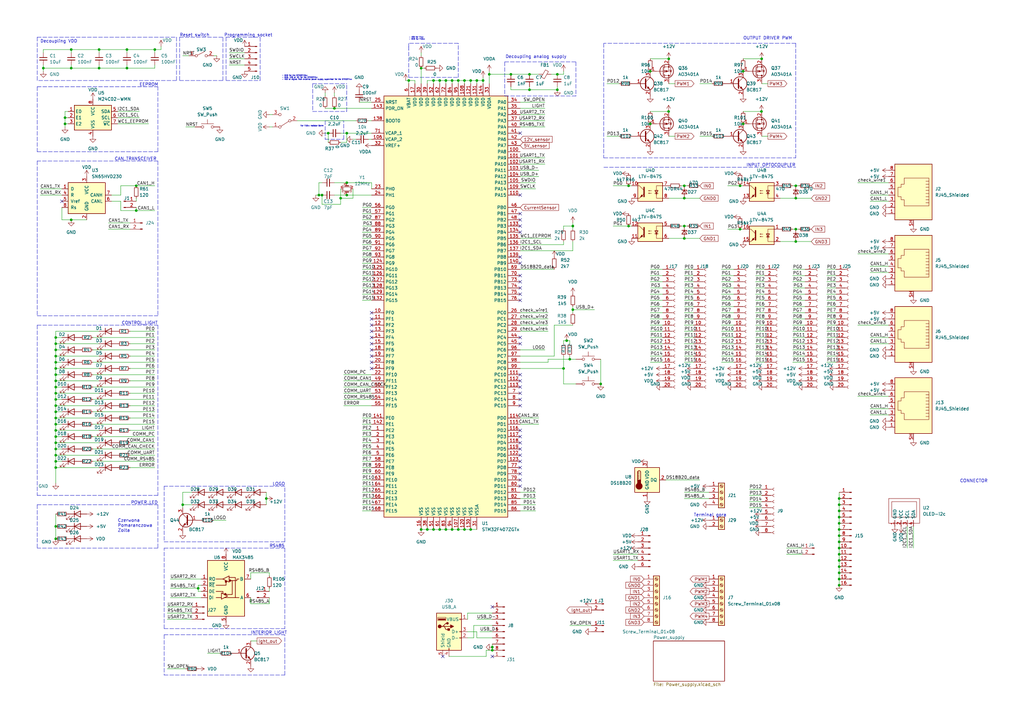
<source format=kicad_sch>
(kicad_sch (version 20211123) (generator eeschema)
  (paper "A3")
  (title_block (title "Terminal driver") (date "2022-11-22") (rev "1") (company "Donako Sp. z o.o.") (comment 1 "Adrian Pietrzak"))
  (junction (at 177.8 33.02))
  (junction (at 22.86 181.61))
  (junction (at 22.86 153.67))
  (junction (at 182.88 217.17))
  (junction (at 29.21 90.17))
  (junction (at 266.7 50.8))
  (junction (at 303.53 93.98))
  (junction (at 139.7 81.28))
  (junction (at 303.53 76.2))
  (junction (at 312.3905 24.13))
  (junction (at 22.86 140.97))
  (junction (at 52.07 20.32))
  (junction (at 132.08 80.01))
  (junction (at 81.28 241.3))
  (junction (at 344.17 227.33))
  (junction (at 193.04 33.02))
  (junction (at 280.67 81.28))
  (junction (at 344.17 219.71))
  (junction (at 175.26 217.17))
  (junction (at 137.16 44.45))
  (junction (at 185.42 33.02))
  (junction (at 40.64 20.32))
  (junction (at 246.38 157.48))
  (junction (at 344.17 209.55))
  (junction (at 55.88 76.2))
  (junction (at 130.81 80.01))
  (junction (at 22.86 191.77))
  (junction (at 266.7 29.21))
  (junction (at 304.8 29.21))
  (junction (at 26.67 50.8))
  (junction (at 172.72 217.17))
  (junction (at 344.17 222.25))
  (junction (at 187.96 217.17))
  (junction (at 180.34 217.17))
  (junction (at 22.86 151.13))
  (junction (at 190.5 33.02))
  (junction (at 232.41 139.7))
  (junction (at 198.12 33.02))
  (junction (at 200.66 30.48))
  (junction (at 344.17 204.47))
  (junction (at 17.78 27.94))
  (junction (at 195.58 33.02))
  (junction (at 344.17 214.63))
  (junction (at 22.86 166.37))
  (junction (at 326.39 93.98))
  (junction (at 344.17 229.87))
  (junction (at 304.8 50.8))
  (junction (at 280.67 92.71))
  (junction (at 344.17 240.03))
  (junction (at 22.86 215.9))
  (junction (at 63.5 20.32))
  (junction (at 142.24 54.61))
  (junction (at 217.17 30.48))
  (junction (at 326.39 99.06))
  (junction (at 40.64 27.94))
  (junction (at 142.24 74.93))
  (junction (at 344.17 234.95))
  (junction (at 22.86 146.05))
  (junction (at 22.86 186.69))
  (junction (at 326.39 81.28))
  (junction (at 109.22 204.47))
  (junction (at 344.17 207.01))
  (junction (at 180.34 33.02))
  (junction (at 193.04 217.17))
  (junction (at 22.86 138.43))
  (junction (at 29.21 20.32))
  (junction (at 257.81 76.2))
  (junction (at 201.93 265.43))
  (junction (at 201.93 266.7))
  (junction (at 52.07 27.94))
  (junction (at 22.86 158.75))
  (junction (at 209.55 30.48))
  (junction (at 312.3108 45.72))
  (junction (at 217.17 36.83))
  (junction (at 172.72 27.94))
  (junction (at 177.8 217.17))
  (junction (at 22.86 189.23))
  (junction (at 55.88 86.36))
  (junction (at 29.21 27.94))
  (junction (at 22.86 148.59))
  (junction (at 26.67 48.26))
  (junction (at 22.86 171.45))
  (junction (at 344.17 224.79))
  (junction (at 185.42 217.17))
  (junction (at 344.17 237.49))
  (junction (at 228.6 30.48))
  (junction (at 326.39 76.2))
  (junction (at 234.95 127))
  (junction (at 344.17 212.09))
  (junction (at 22.86 220.98))
  (junction (at 231.14 151.13))
  (junction (at 22.86 173.99))
  (junction (at 22.86 143.51))
  (junction (at 228.6 36.83))
  (junction (at 134.62 54.61))
  (junction (at 274.2905 24.13))
  (junction (at 280.67 97.79))
  (junction (at 280.67 76.2))
  (junction (at 22.86 179.07))
  (junction (at 233.68 147.32))
  (junction (at 187.96 33.02))
  (junction (at 22.86 161.29))
  (junction (at 344.17 232.41))
  (junction (at 257.81 92.71))
  (junction (at 142.24 80.01))
  (junction (at 274.2108 45.72))
  (junction (at 182.88 33.02))
  (junction (at 22.86 156.21))
  (junction (at 22.86 176.53))
  (junction (at 22.86 168.91))
  (junction (at 22.86 184.15))
  (junction (at 344.17 217.17))
  (junction (at 167.64 33.02))
  (junction (at 74.93 207.01))
  (junction (at 234.95 92.71))
  (junction (at 190.5 217.17))
  (junction (at 22.86 163.83))
  (no_connect (at 213.36 95.25))
  (no_connect (at 213.36 80.01))
  (no_connect (at 213.36 87.63))
  (no_connect (at 213.36 105.41))
  (no_connect (at 213.36 107.95))
  (no_connect (at 213.36 90.17))
  (no_connect (at 213.36 92.71))
  (no_connect (at 213.36 54.61))
  (no_connect (at 213.36 138.43))
  (no_connect (at 213.36 140.97))
  (no_connect (at 213.36 199.39))
  (no_connect (at 213.36 153.67))
  (no_connect (at 213.36 156.21))
  (no_connect (at 213.36 158.75))
  (no_connect (at 213.36 161.29))
  (no_connect (at 213.36 163.83))
  (no_connect (at 213.36 166.37))
  (no_connect (at 213.36 176.53))
  (no_connect (at 213.36 179.07))
  (no_connect (at 213.36 181.61))
  (no_connect (at 213.36 184.15))
  (no_connect (at 213.36 186.69))
  (no_connect (at 213.36 189.23))
  (no_connect (at 213.36 191.77))
  (no_connect (at 213.36 194.31))
  (no_connect (at 213.36 196.85))
  (no_connect (at 213.36 113.03))
  (no_connect (at 213.36 115.57))
  (no_connect (at 213.36 118.11))
  (no_connect (at 213.36 120.65))
  (no_connect (at 213.36 123.19))
  (no_connect (at 152.4 143.51))
  (no_connect (at 152.4 140.97))
  (no_connect (at 152.4 138.43))
  (no_connect (at 152.4 135.89))
  (no_connect (at 152.4 133.35))
  (no_connect (at 152.4 130.81))
  (no_connect (at 152.4 128.27))
  (no_connect (at 152.4 151.13))
  (no_connect (at 152.4 148.59))
  (no_connect (at 152.4 146.05))
  (no_connect (at 201.93 248.92))
  (no_connect (at 201.93 269.24))
  (no_connect (at 25.4 82.55))
  (no_connect (at 181.61 269.24))
  (wire (pts (xy 309.88 110.49) (xy 313.69 110.49)))
  (wire (pts (xy 274.2108 45.72) (xy 274.32 45.72)))
  (wire (pts (xy 110.49 46.99) (xy 111.76 46.99)))
  (wire (pts (xy 287.02 97.79) (xy 280.67 97.79)))
  (wire (pts (xy 195.58 33.02) (xy 198.12 33.02)))
  (wire (pts (xy 295.91 148.59) (xy 300.99 148.59)))
  (wire (pts (xy 325.12 93.98) (xy 326.39 93.98)))
  (wire (pts (xy 63.5 186.69) (xy 53.34 186.69)))
  (wire (pts (xy 129.54 80.01) (xy 130.81 80.01)))
  (wire (pts (xy 53.34 161.29) (xy 63.5 161.29)))
  (wire (pts (xy 356.87 140.97) (xy 364.49 140.97)))
  (wire (pts (xy 266.7 24.13) (xy 274.2905 24.13)))
  (wire (pts (xy 49.53 86.36) (xy 55.88 86.36)))
  (wire (pts (xy 22.86 138.43) (xy 25.4 138.43)))
  (wire (pts (xy 266.7 128.27) (xy 271.78 128.27)))
  (wire (pts (xy 339.09 140.97) (xy 342.9 140.97)))
  (wire (pts (xy 133.35 54.61) (xy 134.62 54.61)))
  (wire (pts (xy 295.91 130.81) (xy 300.99 130.81)))
  (wire (pts (xy 22.86 173.99) (xy 22.86 171.45)))
  (wire (pts (xy 148.59 95.25) (xy 152.4 95.25)))
  (wire (pts (xy 148.59 97.79) (xy 152.4 97.79)))
  (wire (pts (xy 295.91 146.05) (xy 300.99 146.05)))
  (wire (pts (xy 344.17 219.71) (xy 344.17 222.25)))
  (wire (pts (xy 351.79 133.35) (xy 364.49 133.35)))
  (wire (pts (xy 287.02 34.29) (xy 292.1 34.29)))
  (polyline (pts (xy 73.66 15.24) (xy 73.66 33.02)))
  (wire (pts (xy 105.41 262.89) (xy 102.87 262.89)))
  (wire (pts (xy 213.36 100.33) (xy 231.14 100.33)))
  (wire (pts (xy 234.95 125.73) (xy 234.95 127)))
  (wire (pts (xy 147.32 41.91) (xy 152.4 41.91)))
  (wire (pts (xy 339.09 123.19) (xy 342.9 123.19)))
  (polyline (pts (xy 64.77 97.79) (xy 64.77 129.54)))
  (wire (pts (xy 224.79 148.59) (xy 213.36 148.59)))
  (wire (pts (xy 17.78 27.94) (xy 29.21 27.94)))
  (wire (pts (xy 266.7 148.59) (xy 271.78 148.59)))
  (wire (pts (xy 266.7 110.49) (xy 271.78 110.49)))
  (wire (pts (xy 213.36 146.05) (xy 227.33 146.05)))
  (wire (pts (xy 185.42 33.02) (xy 185.42 34.29)))
  (wire (pts (xy 110.49 234.95) (xy 110.49 236.22)))
  (wire (pts (xy 339.09 148.59) (xy 342.9 148.59)))
  (polyline (pts (xy 15.24 62.23) (xy 64.77 62.23)))
  (wire (pts (xy 22.86 143.51) (xy 22.86 140.97)))
  (wire (pts (xy 148.59 120.65) (xy 152.4 120.65)))
  (wire (pts (xy 109.22 204.47) (xy 109.22 207.01)))
  (wire (pts (xy 309.88 120.65) (xy 313.69 120.65)))
  (wire (pts (xy 219.71 207.01) (xy 213.36 207.01)))
  (wire (pts (xy 151.13 49.53) (xy 152.4 49.53)))
  (wire (pts (xy 17.78 27.94) (xy 17.78 29.21)))
  (wire (pts (xy 22.86 210.82) (xy 22.86 215.9)))
  (wire (pts (xy 213.36 171.45) (xy 220.98 171.45)))
  (wire (pts (xy 309.88 113.03) (xy 313.69 113.03)))
  (polyline (pts (xy 133.35 49.53) (xy 140.97 49.53)))
  (wire (pts (xy 223.52 44.45) (xy 213.36 44.45)))
  (wire (pts (xy 266.7 133.35) (xy 271.78 133.35)))
  (wire (pts (xy 309.88 125.73) (xy 313.69 125.73)))
  (wire (pts (xy 344.17 234.95) (xy 344.17 237.49)))
  (wire (pts (xy 309.88 148.59) (xy 313.69 148.59)))
  (wire (pts (xy 351.79 74.93) (xy 364.49 74.93)))
  (wire (pts (xy 22.86 168.91) (xy 25.4 168.91)))
  (wire (pts (xy 200.66 29.21) (xy 200.66 30.48)))
  (wire (pts (xy 74.93 201.93) (xy 78.74 201.93)))
  (wire (pts (xy 132.08 83.82) (xy 139.7 83.82)))
  (wire (pts (xy 22.86 171.45) (xy 40.64 171.45)))
  (polyline (pts (xy 64.77 66.04) (xy 15.24 66.04)))
  (wire (pts (xy 198.12 33.02) (xy 198.12 34.29)))
  (polyline (pts (xy 116.84 276.86) (xy 116.84 260.35)))
  (polyline (pts (xy 15.24 133.35) (xy 64.77 133.35)))
  (polyline (pts (xy 167.64 17.78) (xy 167.64 20.32)))
  (wire (pts (xy 144.78 77.47) (xy 144.78 81.28)))
  (wire (pts (xy 356.87 109.22) (xy 364.49 109.22)))
  (wire (pts (xy 68.58 251.46) (xy 78.74 251.46)))
  (polyline (pts (xy 167.64 19.05) (xy 167.64 31.75)))
  (wire (pts (xy 227.33 146.05) (xy 227.33 133.35)))
  (wire (pts (xy 295.91 110.49) (xy 300.99 110.49)))
  (wire (pts (xy 81.28 240.03) (xy 81.28 241.3)))
  (wire (pts (xy 266.7 138.43) (xy 271.78 138.43)))
  (wire (pts (xy 148.59 118.11) (xy 152.4 118.11)))
  (wire (pts (xy 148.59 85.09) (xy 152.4 85.09)))
  (wire (pts (xy 22.86 140.97) (xy 22.86 138.43)))
  (wire (pts (xy 217.17 36.83) (xy 209.55 36.83)))
  (wire (pts (xy 166.37 33.02) (xy 167.64 33.02)))
  (wire (pts (xy 228.6 36.83) (xy 217.17 36.83)))
  (polyline (pts (xy 128.27 34.29) (xy 142.24 34.29)))
  (wire (pts (xy 22.86 173.99) (xy 25.4 173.99)))
  (polyline (pts (xy 64.77 224.79) (xy 15.24 224.79)))
  (wire (pts (xy 29.21 26.67) (xy 29.21 27.94)))
  (wire (pts (xy 22.86 184.15) (xy 22.86 181.61)))
  (wire (pts (xy 231.14 99.06) (xy 231.14 100.33)))
  (wire (pts (xy 148.59 173.99) (xy 152.4 173.99)))
  (wire (pts (xy 180.34 33.02) (xy 180.34 34.29)))
  (wire (pts (xy 266.7 125.73) (xy 271.78 125.73)))
  (wire (pts (xy 40.64 20.32) (xy 52.07 20.32)))
  (wire (pts (xy 266.7 45.72) (xy 274.2108 45.72)))
  (wire (pts (xy 53.34 146.05) (xy 63.5 146.05)))
  (wire (pts (xy 280.67 120.65) (xy 284.48 120.65)))
  (wire (pts (xy 209.55 30.48) (xy 200.66 30.48)))
  (polyline (pts (xy 64.77 203.2) (xy 15.24 203.2)))
  (wire (pts (xy 251.46 229.87) (xy 261.62 229.87)))
  (wire (pts (xy 148.59 194.31) (xy 152.4 194.31)))
  (wire (pts (xy 81.28 241.3) (xy 81.28 242.57)))
  (wire (pts (xy 325.12 125.73) (xy 330.2 125.73)))
  (wire (pts (xy 102.87 247.65) (xy 110.49 247.65)))
  (wire (pts (xy 224.79 135.89) (xy 213.36 135.89)))
  (wire (pts (xy 266.7 135.89) (xy 271.78 135.89)))
  (wire (pts (xy 144.78 81.28) (xy 139.7 81.28)))
  (wire (pts (xy 312.42 55.88) (xy 314.96 55.88)))
  (wire (pts (xy 356.87 170.18) (xy 364.49 170.18)))
  (wire (pts (xy 280.67 133.35) (xy 284.48 133.35)))
  (polyline (pts (xy 15.24 66.04) (xy 15.24 97.79)))
  (wire (pts (xy 175.26 34.29) (xy 175.26 33.02)))
  (wire (pts (xy 133.35 44.45) (xy 137.16 44.45)))
  (wire (pts (xy 148.59 102.87) (xy 152.4 102.87)))
  (wire (pts (xy 266.7 130.81) (xy 271.78 130.81)))
  (wire (pts (xy 177.8 33.02) (xy 177.8 34.29)))
  (wire (pts (xy 351.79 162.56) (xy 364.49 162.56)))
  (wire (pts (xy 22.86 135.89) (xy 40.64 135.89)))
  (wire (pts (xy 248.92 34.29) (xy 254 34.29)))
  (wire (pts (xy 93.98 21.59) (xy 100.33 21.59)))
  (wire (pts (xy 172.72 27.94) (xy 172.72 34.29)))
  (polyline (pts (xy 92.71 33.02) (xy 106.68 33.02)))
  (wire (pts (xy 53.34 171.45) (xy 63.5 171.45)))
  (wire (pts (xy 132.08 74.93) (xy 130.81 74.93)))
  (polyline (pts (xy 247.65 17.78) (xy 247.65 64.77)))
  (wire (pts (xy 309.88 118.11) (xy 313.69 118.11)))
  (wire (pts (xy 139.7 58.42) (xy 142.24 58.42)))
  (wire (pts (xy 22.86 179.07) (xy 25.4 179.07)))
  (wire (pts (xy 344.17 212.09) (xy 344.17 214.63)))
  (polyline (pts (xy 15.24 35.56) (xy 15.24 62.23)))
  (polyline (pts (xy 133.35 49.53) (xy 133.35 57.15)))
  (polyline (pts (xy 236.22 25.4) (xy 236.22 39.37)))
  (wire (pts (xy 304.8 24.13) (xy 312.3905 24.13)))
  (wire (pts (xy 25.4 90.17) (xy 29.21 90.17)))
  (wire (pts (xy 53.34 156.21) (xy 63.5 156.21)))
  (polyline (pts (xy 187.96 31.75) (xy 187.96 17.78)))
  (wire (pts (xy 339.09 133.35) (xy 342.9 133.35)))
  (wire (pts (xy 309.88 135.89) (xy 313.69 135.89)))
  (wire (pts (xy 22.86 191.77) (xy 40.64 191.77)))
  (wire (pts (xy 148.59 181.61) (xy 152.4 181.61)))
  (wire (pts (xy 69.85 237.49) (xy 82.55 237.49)))
  (wire (pts (xy 231.14 30.48) (xy 231.14 29.21)))
  (wire (pts (xy 148.59 110.49) (xy 152.4 110.49)))
  (wire (pts (xy 137.16 80.01) (xy 142.24 80.01)))
  (wire (pts (xy 274.2905 24.13) (xy 274.32 24.13)))
  (wire (pts (xy 40.64 20.32) (xy 40.64 21.59)))
  (wire (pts (xy 224.79 147.32) (xy 224.79 148.59)))
  (wire (pts (xy 52.07 20.32) (xy 63.5 20.32)))
  (wire (pts (xy 182.88 33.02) (xy 185.42 33.02)))
  (wire (pts (xy 295.91 128.27) (xy 300.99 128.27)))
  (wire (pts (xy 309.88 123.19) (xy 313.69 123.19)))
  (wire (pts (xy 140.97 161.29) (xy 152.4 161.29)))
  (polyline (pts (xy 64.77 66.04) (xy 64.77 97.79)))
  (wire (pts (xy 22.86 189.23) (xy 22.86 186.69)))
  (wire (pts (xy 38.1 138.43) (xy 63.5 138.43)))
  (wire (pts (xy 148.59 209.55) (xy 152.4 209.55)))
  (wire (pts (xy 232.41 139.7) (xy 233.68 139.7)))
  (wire (pts (xy 339.09 128.27) (xy 342.9 128.27)))
  (wire (pts (xy 280.67 76.2) (xy 281.94 76.2)))
  (wire (pts (xy 279.4 76.2) (xy 280.67 76.2)))
  (wire (pts (xy 130.81 80.01) (xy 132.08 80.01)))
  (wire (pts (xy 74.93 208.28) (xy 74.93 207.01)))
  (wire (pts (xy 196.85 259.08) (xy 201.93 259.08)))
  (wire (pts (xy 307.34 208.28) (xy 312.42 208.28)))
  (wire (pts (xy 148.59 196.85) (xy 152.4 196.85)))
  (wire (pts (xy 187.96 33.02) (xy 187.96 34.29)))
  (wire (pts (xy 195.58 261.62) (xy 195.58 259.08)))
  (wire (pts (xy 185.42 217.17) (xy 187.96 217.17)))
  (wire (pts (xy 309.88 128.27) (xy 313.69 128.27)))
  (wire (pts (xy 63.5 20.32) (xy 66.04 20.32)))
  (polyline (pts (xy 72.39 33.02) (xy 15.24 33.02)))
  (wire (pts (xy 325.12 113.03) (xy 330.2 113.03)))
  (wire (pts (xy 133.35 38.1) (xy 133.35 39.37)))
  (wire (pts (xy 22.86 176.53) (xy 22.86 173.99)))
  (wire (pts (xy 121.92 49.53) (xy 146.05 49.53)))
  (wire (pts (xy 177.8 217.17) (xy 180.34 217.17)))
  (wire (pts (xy 22.86 176.53) (xy 40.64 176.53)))
  (wire (pts (xy 177.8 33.02) (xy 180.34 33.02)))
  (wire (pts (xy 309.88 140.97) (xy 313.69 140.97)))
  (wire (pts (xy 344.17 224.79) (xy 344.17 227.33)))
  (wire (pts (xy 243.84 127) (xy 234.95 127)))
  (wire (pts (xy 148.59 199.39) (xy 152.4 199.39)))
  (wire (pts (xy 148.59 171.45) (xy 152.4 171.45)))
  (wire (pts (xy 339.09 110.49) (xy 342.9 110.49)))
  (polyline (pts (xy 67.31 260.35) (xy 67.31 276.86)))
  (wire (pts (xy 325.12 110.49) (xy 330.2 110.49)))
  (wire (pts (xy 266.7 123.19) (xy 271.78 123.19)))
  (wire (pts (xy 257.81 76.2) (xy 259.08 76.2)))
  (wire (pts (xy 29.21 90.17) (xy 35.56 90.17)))
  (wire (pts (xy 322.58 224.79) (xy 328.93 224.79)))
  (wire (pts (xy 325.12 138.43) (xy 330.2 138.43)))
  (wire (pts (xy 325.12 130.81) (xy 330.2 130.81)))
  (wire (pts (xy 167.64 33.02) (xy 170.18 33.02)))
  (wire (pts (xy 226.06 97.79) (xy 213.36 97.79)))
  (wire (pts (xy 309.88 143.51) (xy 313.69 143.51)))
  (wire (pts (xy 148.59 207.01) (xy 152.4 207.01)))
  (wire (pts (xy 295.91 140.97) (xy 300.99 140.97)))
  (wire (pts (xy 312.3905 24.13) (xy 312.42 24.13)))
  (wire (pts (xy 148.59 90.17) (xy 152.4 90.17)))
  (wire (pts (xy 231.14 93.98) (xy 231.14 92.71)))
  (polyline (pts (xy 67.31 224.79) (xy 116.84 224.79)))
  (wire (pts (xy 148.59 201.93) (xy 152.4 201.93)))
  (wire (pts (xy 233.68 147.32) (xy 236.22 147.32)))
  (wire (pts (xy 213.36 72.39) (xy 220.98 72.39)))
  (wire (pts (xy 140.97 156.21) (xy 152.4 156.21)))
  (wire (pts (xy 55.88 81.28) (xy 55.88 82.55)))
  (wire (pts (xy 193.04 217.17) (xy 195.58 217.17)))
  (wire (pts (xy 27.94 45.72) (xy 26.67 45.72)))
  (polyline (pts (xy 133.35 57.15) (xy 140.97 57.15)))
  (polyline (pts (xy 15.24 207.01) (xy 64.77 207.01)))
  (wire (pts (xy 344.17 201.93) (xy 344.17 204.47)))
  (polyline (pts (xy 15.24 133.35) (xy 15.24 203.2)))
  (wire (pts (xy 22.86 161.29) (xy 22.86 158.75)))
  (wire (pts (xy 339.09 125.73) (xy 342.9 125.73)))
  (wire (pts (xy 213.36 77.47) (xy 219.71 77.47)))
  (wire (pts (xy 309.88 115.57) (xy 313.69 115.57)))
  (polyline (pts (xy 72.39 15.24) (xy 72.39 33.02)))
  (polyline (pts (xy 187.96 17.78) (xy 167.64 17.78)))
  (wire (pts (xy 38.1 179.07) (xy 63.5 179.07)))
  (wire (pts (xy 280.67 148.59) (xy 284.48 148.59)))
  (wire (pts (xy 344.17 237.49) (xy 344.17 240.03)))
  (wire (pts (xy 295.91 135.89) (xy 300.99 135.89)))
  (wire (pts (xy 213.36 151.13) (xy 231.14 151.13)))
  (wire (pts (xy 148.59 105.41) (xy 152.4 105.41)))
  (wire (pts (xy 295.91 115.57) (xy 300.99 115.57)))
  (wire (pts (xy 68.58 248.92) (xy 78.74 248.92)))
  (wire (pts (xy 190.5 33.02) (xy 193.04 33.02)))
  (wire (pts (xy 22.86 181.61) (xy 22.86 179.07)))
  (wire (pts (xy 356.87 167.64) (xy 364.49 167.64)))
  (wire (pts (xy 130.81 74.93) (xy 130.81 80.01)))
  (wire (pts (xy 44.45 93.98) (xy 53.34 93.98)))
  (wire (pts (xy 296.0829 118.1067) (xy 300.99 118.11)))
  (wire (pts (xy 274.32 55.88) (xy 276.86 55.88)))
  (wire (pts (xy 22.86 181.61) (xy 40.64 181.61)))
  (wire (pts (xy 22.86 153.67) (xy 25.4 153.67)))
  (wire (pts (xy 295.91 143.51) (xy 300.99 143.51)))
  (wire (pts (xy 53.34 166.37) (xy 63.5 166.37)))
  (wire (pts (xy 372.11 224.79) (xy 372.11 215.9)))
  (polyline (pts (xy 15.24 207.01) (xy 15.24 224.79)))
  (wire (pts (xy 325.12 120.65) (xy 330.2 120.65)))
  (wire (pts (xy 251.46 227.33) (xy 261.62 227.33)))
  (wire (pts (xy 172.72 21.59) (xy 172.72 22.86)))
  (wire (pts (xy 38.1 143.51) (xy 63.5 143.51)))
  (wire (pts (xy 266.7 143.51) (xy 271.78 143.51)))
  (wire (pts (xy 40.64 27.94) (xy 52.07 27.94)))
  (polyline (pts (xy 67.31 222.25) (xy 116.84 222.25)))
  (wire (pts (xy 26.67 50.8) (xy 27.94 50.8)))
  (wire (pts (xy 191.77 251.46) (xy 191.77 254)))
  (wire (pts (xy 219.71 204.47) (xy 213.36 204.47)))
  (wire (pts (xy 234.95 92.71) (xy 234.95 93.98)))
  (wire (pts (xy 201.93 256.54) (xy 194.31 256.54)))
  (wire (pts (xy 175.26 33.02) (xy 177.8 33.02)))
  (wire (pts (xy 69.85 245.11) (xy 82.55 245.11)))
  (wire (pts (xy 344.17 227.33) (xy 344.17 229.87)))
  (wire (pts (xy 217.17 30.48) (xy 220.98 30.48)))
  (wire (pts (xy 295.91 138.43) (xy 300.99 138.43)))
  (wire (pts (xy 257.81 92.71) (xy 259.08 92.71)))
  (wire (pts (xy 55.88 86.36) (xy 63.5 86.36)))
  (wire (pts (xy 87.63 22.86) (xy 88.9 22.86)))
  (wire (pts (xy 68.58 274.32) (xy 76.2 274.32)))
  (wire (pts (xy 266.8729 118.1067) (xy 271.78 118.11)))
  (wire (pts (xy 195.58 254) (xy 201.93 254)))
  (wire (pts (xy 280.67 118.11) (xy 284.48 118.11)))
  (wire (pts (xy 304.8 45.72) (xy 312.3108 45.72)))
  (wire (pts (xy 22.86 138.43) (xy 22.86 135.89)))
  (wire (pts (xy 22.86 189.23) (xy 25.4 189.23)))
  (wire (pts (xy 76.2 52.07) (xy 80.01 52.07)))
  (wire (pts (xy 339.09 113.03) (xy 342.9 113.03)))
  (wire (pts (xy 280.67 81.28) (xy 274.32 81.28)))
  (wire (pts (xy 22.86 151.13) (xy 40.64 151.13)))
  (wire (pts (xy 139.7 83.82) (xy 139.7 81.28)))
  (wire (pts (xy 224.79 128.27) (xy 213.36 128.27)))
  (wire (pts (xy 69.85 241.3) (xy 81.28 241.3)))
  (wire (pts (xy 38.1 163.83) (xy 63.5 163.83)))
  (wire (pts (xy 22.86 186.69) (xy 40.64 186.69)))
  (wire (pts (xy 57.15 48.26) (xy 48.26 48.26)))
  (wire (pts (xy 170.18 33.02) (xy 170.18 34.29)))
  (wire (pts (xy 63.5 76.2) (xy 55.88 76.2)))
  (wire (pts (xy 266.7 113.03) (xy 271.78 113.03)))
  (polyline (pts (xy 67.31 257.81) (xy 67.31 224.79)))
  (wire (pts (xy 180.34 217.17) (xy 182.88 217.17)))
  (polyline (pts (xy 15.24 35.56) (xy 64.77 35.56)))
  (wire (pts (xy 22.86 215.9) (xy 22.86 220.98)))
  (wire (pts (xy 280.67 113.03) (xy 284.48 113.03)))
  (wire (pts (xy 40.64 26.67) (xy 40.64 27.94)))
  (wire (pts (xy 201.93 261.62) (xy 195.58 261.62)))
  (wire (pts (xy 201.93 265.43) (xy 201.93 266.7)))
  (wire (pts (xy 344.17 209.55) (xy 344.17 212.09)))
  (wire (pts (xy 57.15 45.72) (xy 48.26 45.72)))
  (wire (pts (xy 148.59 123.19) (xy 152.4 123.19)))
  (wire (pts (xy 140.97 163.83) (xy 152.4 163.83)))
  (wire (pts (xy 102.87 245.11) (xy 102.87 247.65)))
  (wire (pts (xy 223.52 64.77) (xy 213.36 64.77)))
  (wire (pts (xy 25.4 85.09) (xy 25.4 90.17)))
  (wire (pts (xy 233.68 139.7) (xy 233.68 140.97)))
  (wire (pts (xy 26.67 48.26) (xy 27.94 48.26)))
  (wire (pts (xy 322.58 227.33) (xy 328.93 227.33)))
  (wire (pts (xy 63.5 191.77) (xy 53.34 191.77)))
  (wire (pts (xy 22.86 146.05) (xy 22.86 143.51)))
  (wire (pts (xy 266.7 115.57) (xy 271.78 115.57)))
  (wire (pts (xy 172.72 217.17) (xy 175.26 217.17)))
  (wire (pts (xy 139.7 81.28) (xy 139.7 77.47)))
  (wire (pts (xy 148.59 179.07) (xy 152.4 179.07)))
  (wire (pts (xy 22.86 166.37) (xy 22.86 163.83)))
  (wire (pts (xy 280.67 92.71) (xy 281.94 92.71)))
  (wire (pts (xy 22.86 163.83) (xy 22.86 161.29)))
  (wire (pts (xy 344.17 207.01) (xy 344.17 209.55)))
  (wire (pts (xy 63.5 27.94) (xy 63.5 26.67)))
  (wire (pts (xy 226.06 30.48) (xy 228.6 30.48)))
  (wire (pts (xy 140.97 158.75) (xy 152.4 158.75)))
  (wire (pts (xy 38.1 189.23) (xy 63.5 189.23)))
  (wire (pts (xy 22.86 158.75) (xy 25.4 158.75)))
  (wire (pts (xy 55.88 86.36) (xy 55.88 85.09)))
  (wire (pts (xy 148.59 87.63) (xy 152.4 87.63)))
  (wire (pts (xy 201.93 264.16) (xy 201.93 265.43)))
  (wire (pts (xy 309.88 130.81) (xy 313.69 130.81)))
  (wire (pts (xy 22.86 198.12) (xy 22.86 191.77)))
  (wire (pts (xy 287.02 55.88) (xy 292.1 55.88)))
  (wire (pts (xy 233.68 147.32) (xy 224.79 147.32)))
  (wire (pts (xy 63.5 176.53) (xy 53.34 176.53)))
  (wire (pts (xy 228.6 30.48) (xy 231.14 30.48)))
  (wire (pts (xy 16.51 77.47) (xy 25.4 77.47)))
  (wire (pts (xy 190.5 33.02) (xy 190.5 34.29)))
  (polyline (pts (xy 142.24 45.72) (xy 142.24 34.29)))
  (wire (pts (xy 351.79 104.14) (xy 364.49 104.14)))
  (wire (pts (xy 180.34 33.02) (xy 182.88 33.02)))
  (wire (pts (xy 199.39 266.7) (xy 201.93 266.7)))
  (wire (pts (xy 325.12 115.57) (xy 330.2 115.57)))
  (wire (pts (xy 137.16 44.45) (xy 152.4 44.45)))
  (wire (pts (xy 325.12 76.2) (xy 326.39 76.2)))
  (wire (pts (xy 109.22 201.93) (xy 109.22 204.47)))
  (wire (pts (xy 194.31 256.54) (xy 194.31 261.62)))
  (wire (pts (xy 344.17 217.17) (xy 344.17 219.71)))
  (wire (pts (xy 344.17 222.25) (xy 344.17 224.79)))
  (wire (pts (xy 339.09 135.89) (xy 342.9 135.89)))
  (wire (pts (xy 22.86 163.83) (xy 25.4 163.83)))
  (polyline (pts (xy 15.24 97.79) (xy 15.24 129.54)))
  (wire (pts (xy 326.39 81.28) (xy 320.04 81.28)))
  (polyline (pts (xy 207.01 25.4) (xy 207.01 39.37)))
  (wire (pts (xy 22.86 148.59) (xy 25.4 148.59)))
  (wire (pts (xy 190.5 217.17) (xy 193.04 217.17)))
  (polyline (pts (xy 236.22 39.37) (xy 207.01 39.37)))
  (wire (pts (xy 280.67 115.57) (xy 284.48 115.57)))
  (wire (pts (xy 332.74 99.06) (xy 326.39 99.06)))
  (wire (pts (xy 303.53 76.2) (xy 304.8 76.2)))
  (polyline (pts (xy 67.31 276.86) (xy 116.84 276.86)))
  (wire (pts (xy 227.33 133.35) (xy 234.95 133.35)))
  (wire (pts (xy 140.97 153.67) (xy 152.4 153.67)))
  (wire (pts (xy 66.04 19.05) (xy 66.04 20.32)))
  (wire (pts (xy 231.14 92.71) (xy 234.95 92.71)))
  (wire (pts (xy 38.1 173.99) (xy 63.5 173.99)))
  (wire (pts (xy 223.52 46.99) (xy 213.36 46.99)))
  (wire (pts (xy 224.79 130.81) (xy 213.36 130.81)))
  (wire (pts (xy 148.59 204.47) (xy 152.4 204.47)))
  (wire (pts (xy 16.51 80.01) (xy 25.4 80.01)))
  (polyline (pts (xy 116.84 222.25) (xy 116.84 199.39)))
  (wire (pts (xy 326.39 99.06) (xy 320.04 99.06)))
  (wire (pts (xy 280.67 97.79) (xy 274.32 97.79)))
  (wire (pts (xy 29.21 20.32) (xy 29.21 21.59)))
  (polyline (pts (xy 64.77 62.23) (xy 64.77 35.56)))
  (wire (pts (xy 326.39 93.98) (xy 327.66 93.98)))
  (wire (pts (xy 356.87 111.76) (xy 364.49 111.76)))
  (wire (pts (xy 110.49 241.3) (xy 110.49 242.57)))
  (wire (pts (xy 298.45 93.98) (xy 303.53 93.98)))
  (wire (pts (xy 303.53 93.98) (xy 304.8 93.98)))
  (wire (pts (xy 22.86 156.21) (xy 22.86 153.67)))
  (wire (pts (xy 339.09 143.51) (xy 342.9 143.51)))
  (wire (pts (xy 195.58 259.08) (xy 191.77 259.08)))
  (wire (pts (xy 22.86 146.05) (xy 40.64 146.05)))
  (wire (pts (xy 102.87 237.49) (xy 102.87 234.95)))
  (wire (pts (xy 17.78 26.67) (xy 17.78 27.94)))
  (wire (pts (xy 134.62 58.42) (xy 134.62 54.61)))
  (wire (pts (xy 52.07 26.67) (xy 52.07 27.94)))
  (polyline (pts (xy 67.31 257.81) (xy 116.84 257.81)))
  (wire (pts (xy 53.34 151.13) (xy 63.5 151.13)))
  (wire (pts (xy 309.88 138.43) (xy 313.69 138.43)))
  (wire (pts (xy 45.72 80.01) (xy 49.53 80.01)))
  (polyline (pts (xy 128.27 45.72) (xy 142.24 45.72)))
  (wire (pts (xy 22.86 168.91) (xy 22.86 166.37)))
  (wire (pts (xy 201.93 251.46) (xy 191.77 251.46)))
  (wire (pts (xy 332.74 81.28) (xy 326.39 81.28)))
  (wire (pts (xy 295.91 113.03) (xy 300.99 113.03)))
  (polyline (pts (xy 92.71 15.24) (xy 92.71 33.02)))
  (wire (pts (xy 325.12 146.05) (xy 330.2 146.05)))
  (wire (pts (xy 132.08 80.01) (xy 132.08 83.82)))
  (polyline (pts (xy 91.44 33.02) (xy 91.44 15.24)))
  (wire (pts (xy 49.53 76.2) (xy 55.88 76.2)))
  (wire (pts (xy 185.42 33.02) (xy 187.96 33.02)))
  (wire (pts (xy 280.67 146.05) (xy 284.48 146.05)))
  (polyline (pts (xy 92.71 15.24) (xy 106.68 15.24)))
  (polyline (pts (xy 116.84 199.39) (xy 67.31 199.39)))
  (wire (pts (xy 280.67 135.89) (xy 284.48 135.89)))
  (wire (pts (xy 309.88 133.35) (xy 313.69 133.35)))
  (wire (pts (xy 74.93 207.01) (xy 74.93 201.93)))
  (wire (pts (xy 17.78 21.59) (xy 17.78 20.32)))
  (wire (pts (xy 167.64 34.29) (xy 167.64 33.02)))
  (wire (pts (xy 22.86 161.29) (xy 40.64 161.29)))
  (wire (pts (xy 219.71 201.93) (xy 213.36 201.93)))
  (wire (pts (xy 251.46 76.2) (xy 257.81 76.2)))
  (wire (pts (xy 140.97 166.37) (xy 152.4 166.37)))
  (wire (pts (xy 280.67 143.51) (xy 284.48 143.51)))
  (wire (pts (xy 22.86 153.67) (xy 22.86 151.13)))
  (wire (pts (xy 287.02 81.28) (xy 280.67 81.28)))
  (wire (pts (xy 22.86 140.97) (xy 40.64 140.97)))
  (wire (pts (xy 295.91 123.19) (xy 300.99 123.19)))
  (wire (pts (xy 193.04 33.02) (xy 195.58 33.02)))
  (wire (pts (xy 228.6 35.56) (xy 228.6 36.83)))
  (wire (pts (xy 279.4 92.71) (xy 280.67 92.71)))
  (wire (pts (xy 213.36 173.99) (xy 220.98 173.99)))
  (wire (pts (xy 142.24 54.61) (xy 152.4 54.61)))
  (wire (pts (xy 184.15 269.24) (xy 199.39 269.24)))
  (wire (pts (xy 266.7 146.05) (xy 271.78 146.05)))
  (wire (pts (xy 227.33 110.49) (xy 213.36 110.49)))
  (wire (pts (xy 234.95 99.06) (xy 234.95 102.87)))
  (polyline (pts (xy 67.31 260.35) (xy 116.84 260.35)))
  (wire (pts (xy 22.86 158.75) (xy 22.86 156.21)))
  (wire (pts (xy 280.67 204.47) (xy 290.83 204.47)))
  (polyline (pts (xy 116.84 224.79) (xy 116.84 257.81)))
  (wire (pts (xy 187.96 217.17) (xy 190.5 217.17)))
  (wire (pts (xy 148.7629 92.7067) (xy 152.4 92.71)))
  (wire (pts (xy 280.67 201.93) (xy 290.83 201.93)))
  (wire (pts (xy 38.1 153.67) (xy 63.5 153.67)))
  (wire (pts (xy 44.45 91.44) (xy 53.34 91.44)))
  (wire (pts (xy 223.52 49.53) (xy 213.36 49.53)))
  (wire (pts (xy 74.93 22.86) (xy 77.47 22.86)))
  (wire (pts (xy 198.12 31.75) (xy 198.12 33.02)))
  (wire (pts (xy 339.09 118.11) (xy 342.9 118.11)))
  (wire (pts (xy 22.86 151.13) (xy 22.86 148.59)))
  (wire (pts (xy 307.34 203.2) (xy 312.42 203.2)))
  (wire (pts (xy 217.17 35.56) (xy 217.17 36.83)))
  (wire (pts (xy 231.14 140.97) (xy 231.14 139.7)))
  (polyline (pts (xy 15.24 15.24) (xy 15.24 33.02)))
  (wire (pts (xy 307.34 205.74) (xy 312.42 205.74)))
  (polyline (pts (xy 73.66 15.24) (xy 91.44 15.24)))
  (wire (pts (xy 312.42 34.29) (xy 314.96 34.29)))
  (wire (pts (xy 339.09 138.43) (xy 342.9 138.43)))
  (wire (pts (xy 295.91 125.73) (xy 300.99 125.73)))
  (wire (pts (xy 266.7 120.65) (xy 271.78 120.65)))
  (polyline (pts (xy 64.77 207.01) (xy 64.77 224.79)))
  (wire (pts (xy 22.86 148.59) (xy 22.86 146.05)))
  (polyline (pts (xy 247.65 64.77) (xy 326.39 64.77)))
  (wire (pts (xy 280.67 123.19) (xy 284.48 123.19)))
  (wire (pts (xy 194.31 261.62) (xy 191.77 261.62)))
  (wire (pts (xy 26.67 45.72) (xy 26.67 48.26)))
  (wire (pts (xy 280.67 128.27) (xy 284.48 128.27)))
  (wire (pts (xy 193.04 33.02) (xy 193.04 34.29)))
  (wire (pts (xy 148.59 191.77) (xy 152.4 191.77)))
  (wire (pts (xy 38.1 148.59) (xy 63.5 148.59)))
  (wire (pts (xy 309.88 146.05) (xy 313.69 146.05)))
  (wire (pts (xy 17.78 20.32) (xy 29.21 20.32)))
  (wire (pts (xy 151.13 57.15) (xy 152.4 57.15)))
  (wire (pts (xy 22.86 143.51) (xy 25.4 143.51)))
  (polyline (pts (xy 326.39 17.78) (xy 326.39 64.77)))
  (wire (pts (xy 339.09 115.57) (xy 342.9 115.57)))
  (wire (pts (xy 85.09 267.97) (xy 90.17 267.97)))
  (wire (pts (xy 213.36 74.93) (xy 219.71 74.93)))
  (polyline (pts (xy 15.24 129.54) (xy 64.77 129.54)))
  (wire (pts (xy 224.79 133.35) (xy 213.36 133.35)))
  (wire (pts (xy 325.12 140.97) (xy 330.2 140.97)))
  (polyline (pts (xy 326.39 17.78) (xy 247.65 17.78)))
  (wire (pts (xy 219.71 209.55) (xy 213.36 209.55)))
  (wire (pts (xy 231.14 146.05) (xy 231.14 151.13)))
  (wire (pts (xy 102.87 234.95) (xy 110.49 234.95)))
  (polyline (pts (xy 67.31 199.39) (xy 67.31 222.25)))
  (wire (pts (xy 139.7 54.61) (xy 142.24 54.61)))
  (wire (pts (xy 148.59 184.15) (xy 152.4 184.15)))
  (wire (pts (xy 233.68 146.05) (xy 233.68 147.32)))
  (wire (pts (xy 234.95 127) (xy 234.95 128.27)))
  (wire (pts (xy 356.87 138.43) (xy 364.49 138.43)))
  (wire (pts (xy 148.59 115.57) (xy 152.4 115.57)))
  (wire (pts (xy 63.5 20.32) (xy 63.5 21.59)))
  (polyline (pts (xy 128.27 34.29) (xy 128.27 45.72)))
  (wire (pts (xy 200.66 30.48) (xy 200.66 34.29)))
  (wire (pts (xy 280.67 138.43) (xy 284.48 138.43)))
  (wire (pts (xy 356.87 80.01) (xy 364.49 80.01)))
  (wire (pts (xy 344.17 232.41) (xy 344.17 234.95)))
  (wire (pts (xy 182.88 33.02) (xy 182.88 34.29)))
  (wire (pts (xy 280.67 130.81) (xy 284.48 130.81)))
  (polyline (pts (xy 140.97 57.15) (xy 140.97 49.53)))
  (wire (pts (xy 231.14 157.48) (xy 236.22 157.48)))
  (wire (pts (xy 81.28 242.57) (xy 82.55 242.57)))
  (wire (pts (xy 53.34 140.97) (xy 63.5 140.97)))
  (wire (pts (xy 295.91 120.65) (xy 300.99 120.65)))
  (wire (pts (xy 148.59 107.95) (xy 152.4 107.95)))
  (wire (pts (xy 152.4 74.93) (xy 152.4 77.47)))
  (wire (pts (xy 148.59 186.69) (xy 152.4 186.69)))
  (wire (pts (xy 182.88 217.17) (xy 185.42 217.17)))
  (wire (pts (xy 339.09 130.81) (xy 342.9 130.81)))
  (wire (pts (xy 142.24 80.01) (xy 152.4 80.01)))
  (wire (pts (xy 142.24 58.42) (xy 142.24 54.61)))
  (wire (pts (xy 209.55 30.48) (xy 217.17 30.48)))
  (wire (pts (xy 82.55 240.03) (xy 81.28 240.03)))
  (wire (pts (xy 213.36 69.85) (xy 220.98 69.85)))
  (wire (pts (xy 110.49 247.65) (xy 110.49 245.11)))
  (wire (pts (xy 74.93 207.01) (xy 78.74 207.01)))
  (wire (pts (xy 248.92 55.88) (xy 254 55.88)))
  (wire (pts (xy 325.2929 118.1067) (xy 330.2 118.11)))
  (wire (pts (xy 52.07 20.32) (xy 52.07 21.59)))
  (wire (pts (xy 93.98 26.67) (xy 100.33 26.67)))
  (wire (pts (xy 175.26 217.17) (xy 177.8 217.17)))
  (wire (pts (xy 29.21 20.32) (xy 40.64 20.32)))
  (wire (pts (xy 60.96 50.8) (xy 48.26 50.8)))
  (wire (pts (xy 53.34 135.89) (xy 63.5 135.89)))
  (wire (pts (xy 223.52 67.31) (xy 213.36 67.31)))
  (wire (pts (xy 26.67 48.26) (xy 26.67 50.8)))
  (wire (pts (xy 148.59 176.53) (xy 152.4 176.53)))
  (wire (pts (xy 344.17 204.47) (xy 344.17 207.01)))
  (wire (pts (xy 93.98 24.13) (xy 100.33 24.13)))
  (wire (pts (xy 325.12 133.35) (xy 330.2 133.35)))
  (wire (pts (xy 209.55 36.83) (xy 209.55 35.56)))
  (wire (pts (xy 137.16 38.1) (xy 137.16 39.37)))
  (wire (pts (xy 144.78 57.15) (xy 146.05 57.15)))
  (wire (pts (xy 223.52 143.51) (xy 213.36 143.51)))
  (wire (pts (xy 223.52 52.07) (xy 213.36 52.07)))
  (wire (pts (xy 68.58 254) (xy 78.74 254)))
  (wire (pts (xy 45.72 82.55) (xy 49.53 82.55)))
  (wire (pts (xy 22.86 171.45) (xy 22.86 168.91)))
  (wire (pts (xy 339.09 120.65) (xy 342.9 120.65)))
  (wire (pts (xy 22.86 156.21) (xy 40.64 156.21)))
  (wire (pts (xy 298.45 76.2) (xy 303.53 76.2)))
  (wire (pts (xy 280.67 110.49) (xy 284.48 110.49)))
  (wire (pts (xy 172.72 27.94) (xy 173.99 27.94)))
  (wire (pts (xy 325.12 135.89) (xy 330.2 135.89)))
  (wire (pts (xy 231.14 151.13) (xy 231.14 157.48)))
  (polyline (pts (xy 15.24 15.24) (xy 72.39 15.24)))
  (wire (pts (xy 213.36 102.87) (xy 234.95 102.87)))
  (wire (pts (xy 22.86 184.15) (xy 25.4 184.15)))
  (wire (pts (xy 234.95 91.44) (xy 234.95 92.71)))
  (polyline (pts (xy 106.68 33.02) (xy 106.68 15.24)))
  (wire (pts (xy 344.17 229.87) (xy 344.17 232.41)))
  (wire (pts (xy 233.68 256.54) (xy 242.57 256.54)))
  (wire (pts (xy 137.16 74.93) (xy 142.24 74.93)))
  (wire (pts (xy 251.46 92.71) (xy 257.81 92.71)))
  (wire (pts (xy 148.59 113.03) (xy 152.4 113.03)))
  (wire (pts (xy 295.91 133.35) (xy 300.99 133.35)))
  (wire (pts (xy 22.86 166.37) (xy 40.64 166.37)))
  (wire (pts (xy 22.86 179.07) (xy 22.86 176.53)))
  (wire (pts (xy 356.87 82.55) (xy 364.49 82.55)))
  (wire (pts (xy 142.24 74.93) (xy 152.4 74.93)))
  (wire (pts (xy 325.12 148.59) (xy 330.2 148.59)))
  (wire (pts (xy 280.67 140.97) (xy 284.48 140.97)))
  (wire (pts (xy 307.34 200.66) (xy 312.42 200.66)))
  (wire (pts (xy 280.67 125.73) (xy 284.48 125.73)))
  (wire (pts (xy 339.09 146.05) (xy 342.9 146.05)))
  (wire (pts (xy 29.21 27.94) (xy 40.64 27.94)))
  (polyline (pts (xy 207.01 25.4) (xy 236.22 25.4)))
  (wire (pts (xy 325.12 128.27) (xy 330.2 128.27)))
  (wire (pts (xy 195.58 33.02) (xy 195.58 34.29)))
  (polyline (pts (xy 64.77 133.35) (xy 64.77 203.2)))
  (wire (pts (xy 199.39 269.24) (xy 199.39 266.7)))
  (wire (pts (xy 312.3108 45.72) (xy 312.42 45.72)))
  (wire (pts (xy 26.67 50.8) (xy 26.67 52.07)))
  (wire (pts (xy 223.52 41.91) (xy 213.36 41.91)))
  (wire (pts (xy 325.12 123.19) (xy 330.2 123.19)))
  (polyline (pts (xy 73.66 33.02) (xy 91.44 33.02)))
  (wire (pts (xy 266.7 140.97) (xy 271.78 140.97)))
  (wire (pts (xy 374.65 224.79) (xy 374.65 215.9)))
  (wire (pts (xy 92.71 213.36) (xy 87.63 213.36)))
  (wire (pts (xy 326.39 76.2) (xy 327.66 76.2)))
  (wire (pts (xy 38.1 168.91) (xy 63.5 168.91)))
  (wire (pts (xy 148.59 100.33) (xy 152.4 100.33)))
  (wire (pts (xy 274.32 34.29) (xy 276.86 34.29)))
  (wire (pts (xy 187.96 33.02) (xy 190.5 33.02)))
  (wire (pts (xy 325.12 143.51) (xy 330.2 143.51)))
  (wire (pts (xy 49.53 80.01) (xy 49.53 76.2)))
  (wire (pts (xy 110.49 52.07) (xy 111.76 52.07)))
  (wire (pts (xy 231.14 139.7) (xy 232.41 139.7)))
  (polyline (pts (xy 247.65 68.58) (xy 326.39 68.58)))
  (wire (pts (xy 22.86 186.69) (xy 22.86 184.15)))
  (wire (pts (xy 22.86 191.77) (xy 22.86 189.23)))
  (wire (pts (xy 52.07 27.94) (xy 63.5 27.94)))
  (wire (pts (xy 38.1 184.15) (xy 63.5 184.15)))
  (wire (pts (xy 148.59 189.23) (xy 152.4 189.23)))
  (wire (pts (xy 49.53 82.55) (xy 49.53 86.36)))
  (wire (pts (xy 63.5 181.61) (xy 53.34 181.61)))
  (wire (pts (xy 38.1 158.75) (xy 63.5 158.75)))
  (wire (pts (xy 246.38 147.32) (xy 246.38 157.48)))
  (polyline (pts (xy 167.64 31.75) (xy 187.96 31.75)))
  (wire (pts (xy 287.02 196.85) (xy 273.05 196.85)))
  (wire (pts (xy 344.17 214.63) (xy 344.17 217.17)))
  (text "Terminal gora" (at 284.48 212.09 0) (effects (font (size 1.27 1.27)) (justify left bottom)))
  (text "EEPROM" (at 57.15 35.56 0) (effects (font (size 1.27 1.27)) (justify left bottom)))
  (text "Decoupling VDD" (at 31.75 17.78 180) (effects (font (size 1.27 1.27)) (justify right bottom)))
  (text "Reset switch" (at 73.66 15.24 0) (effects (font (size 1.27 1.27)) (justify left bottom)))
  (text "INPUT OPTOCOUPLER" (at 306.07 68.58 0) (effects (font (size 1.27 1.27)) (justify left bottom)))
  (text "- GND for the STM32F10xx\n- GND, VDD or NC for the STM32F2xx\n- VDD or signal from external power supply supervisor for the STM32F4xx" (at 115.57 33.02 0) (effects (font (size 0.5 0.5)) (justify left bottom)))
  (text "CONNECTOR" (at 405.13 198.12 180) (effects (font (size 1.27 1.27)) (justify right bottom)))
  (text "CONTROL_LIGHT" (at 64.77 133.35 180) (effects (font (size 1.27 1.27)) (justify right bottom)))
  (text "INTERIOR LIGHT" (at 102.87 260.35 0) (effects (font (size 1.27 1.27)) (justify left bottom)))
  (text "Programming socket" (at 111.76 15.24 180) (effects (font (size 1.27 1.27)) (justify right bottom)))
  (text "Decoupling analog supply" (at 232.41 24.13 180) (effects (font (size 1.27 1.27)) (justify right bottom)))
  (text "LOGO" (at 111.76 199.39 0) (effects (font (size 1.27 1.27)) (justify left bottom)))
  (text "POWER_LED" (at 64.77 207.01 180) (effects (font (size 1.27 1.27)) (justify right bottom)))
  (text "Czerwona\nPomaranczowa\nZolta" (at 48.26 218.44 0) (effects (font (size 1.27 1.27)) (justify left bottom)))
  (text "For F10xx resistor 0ohm" (at 123.19 52.07 0) (effects (font (size 0.5 0.5)) (justify left bottom)))
  (text "CAN_TRANSCEIVER" (at 46.99 66.04 0) (effects (font (size 1.27 1.27)) (justify left bottom)))
  (text "- VDD for F4xx\n- GND for F10xx" (at 167.64 16.51 0) (effects (font (size 0.5 0.5)) (justify left bottom)))
  (text "OUTPUT DRIVER PWM" (at 304.8 16.51 0) (effects (font (size 1.27 1.27)) (justify left bottom)))
  (text "RS485" (at 110.49 224.79 0) (effects (font (size 1.27 1.27)) (justify left bottom)))
  (label "PG8" (at 148.59 105.41 0))
  (label "USB_D-" (at 195.58 254 0))
  (label "PE14" (at 309.88 146.05 0))
  (label "I2C1_SCL" (at 372.11 224.79 90))
  (label "PG13" (at 295.91 143.51 0))
  (label "PG4" (at 325.12 120.65 0))
  (label "PG10" (at 325.12 135.89 0))
  (label "ERROR" (at 140.97 166.37 0))
  (label "PE5" (at 309.88 123.19 0))
  (label "check_wire3" (at 224.79 133.35 180))
  (label "PG6" (at 148.59 100.33 0))
  (label "PE1" (at 280.67 113.03 0))
  (label "PG10" (at 148.59 110.49 0))
  (label "PE0" (at 148.59 171.45 0))
  (label "NRST" (at 93.98 26.67 0))
  (label "PG7" (at 295.91 128.27 0))
  (label "LIGHT" (at 63.5 176.53 180))
  (label "PG4" (at 266.7 120.65 0))
  (label "PE4" (at 309.88 120.65 0))
  (label "COMM_CAN_CHECK" (at 63.5 184.15 180))
  (label "SW_OPEN" (at 68.58 274.32 0))
  (label "PG14" (at 266.7 146.05 0))
  (label "NRST" (at 76.2 52.07 0))
  (label "CAN1_RX" (at 220.98 171.45 180))
  (label "PE5" (at 339.09 123.19 0))
  (label "PE8" (at 280.67 130.81 0))
  (label "PE6" (at 280.67 125.73 0))
  (label "PG5" (at 295.91 123.19 0))
  (label "USART2_RX" (at 68.58 248.92 0))
  (label "PG4" (at 148.59 95.25 0))
  (label "PE10" (at 309.88 135.89 0))
  (label "PG1" (at 266.7 113.03 0))
  (label "PG8" (at 325.12 130.81 0))
  (label "PE15" (at 280.67 148.59 0))
  (label "PG2" (at 325.12 115.57 0))
  (label "PE13" (at 280.67 143.51 0))
  (label "CAN1_L" (at 356.87 111.76 0))
  (label "PG2" (at 266.7 115.57 0))
  (label "check_wire3" (at 351.79 133.35 0))
  (label "CAN1_H" (at 63.5 76.2 180))
  (label "RS485_TXE" (at 68.58 251.46 0))
  (label "PG7" (at 325.12 128.27 0))
  (label "PG7" (at 266.7 128.27 0))
  (label "PE0" (at 339.09 110.49 0))
  (label "PE5" (at 63.5 148.59 180))
  (label "CAN1_L" (at 356.87 170.18 0))
  (label "PE13" (at 63.5 168.91 180))
  (label "USART2_TX" (at 68.58 254 0))
  (label "PG14" (at 148.59 120.65 0))
  (label "ERROR" (at 63.5 191.77 180))
  (label "PE4" (at 339.09 120.65 0))
  (label "PE8" (at 148.59 191.77 0))
  (label "PG1" (at 251.46 92.71 0))
  (label "PE2" (at 63.5 140.97 180))
  (label "USB_D+" (at 243.84 127 180))
  (label "PG3" (at 266.8729 118.1067 0))
  (label "COMM_UART" (at 140.97 161.29 0))
  (label "USART2_TX" (at 69.85 245.11 0))
  (label "PD15" (at 219.71 209.55 180))
  (label "PG2" (at 148.59 90.17 0))
  (label "SW_OPEN" (at 233.68 256.54 0))
  (label "PE4" (at 63.5 146.05 180))
  (label "RS485_TXE" (at 223.52 52.07 180))
  (label "I2C1_SDA" (at 57.15 45.72 180))
  (label "PE1" (at 63.5 138.43 180))
  (label "COMM_CAN1" (at 63.5 181.61 180))
  (label "PE14" (at 148.59 207.01 0))
  (label "NRST" (at 74.93 22.86 0))
  (label "PD14" (at 219.71 207.01 180))
  (label "PE12" (at 309.88 140.97 0))
  (label "PG1" (at 325.12 113.03 0))
  (label "SWDIO" (at 93.98 21.59 0))
  (label "PE8" (at 309.88 130.81 0))
  (label "CAN1_L" (at 63.5 86.36 180))
  (label "PG8" (at 266.7 130.81 0))
  (label "COMM_CAN_CHECK" (at 140.97 158.75 0))
  (label "PG15" (at 325.12 148.59 0))
  (label "I2C1_SDA" (at 222.25 102.87 180))
  (label "SWCLK" (at 219.71 77.47 180))
  (label "PE14" (at 63.5 171.45 180))
  (label "PG5" (at 325.12 123.19 0))
  (label "PE7" (at 280.67 128.27 0))
  (label "CAN1_TX" (at 44.45 91.44 0))
  (label "DS18B20_data" (at 227.33 110.49 180))
  (label "PD13" (at 219.71 204.47 180))
  (label "PD14" (at 307.34 205.74 0))
  (label "COMM_PC" (at 63.5 179.07 180))
  (label "PE2" (at 309.88 115.57 0))
  (label "PE11" (at 280.67 138.43 0))
  (label "PE1" (at 339.09 113.03 0))
  (label "PG0" (at 295.91 110.49 0))
  (label "check_wire4" (at 351.79 162.56 0))
  (label "PE3" (at 63.5 143.51 180))
  (label "PE9" (at 280.67 133.35 0))
  (label "PG12" (at 266.7 140.97 0))
  (label "COMM_CAN1" (at 140.97 156.21 0))
  (label "PE15" (at 309.88 148.59 0))
  (label "PD13" (at 307.34 203.2 0))
  (label "CAN1_TX" (at 16.51 77.47 0))
  (label "PG14" (at 325.12 146.05 0))
  (label "PE3" (at 280.67 118.11 0))
  (label "RS485_TXE" (at 69.85 241.3 0))
  (label "PE4" (at 148.59 181.61 0))
  (label "PG3" (at 325.2929 118.1067 0))
  (label "check_wire4" (at 224.79 135.89 180))
  (label "PG14" (at 295.91 146.05 0))
  (label "PG2" (at 295.91 115.57 0))
  (label "PG5" (at 266.7 123.19 0))
  (label "DS18B20_data" (at 287.02 196.85 180))
  (label "CAN1_L" (at 356.87 140.97 0))
  (label "PE2" (at 148.59 176.53 0))
  (label "PG15" (at 148.59 123.19 0))
  (label "PG15" (at 295.91 148.59 0))
  (label "PG12" (at 325.12 140.97 0))
  (label "USB_D-" (at 220.98 69.85 180))
  (label "PE3" (at 339.09 118.11 0))
  (label "PG2" (at 298.45 76.2 0))
  (label "PG6" (at 295.91 125.73 0))
  (label "check_wire2" (at 351.79 104.14 0))
  (label "PG7" (at 148.59 102.87 0))
  (label "CAN1_RX" (at 16.51 80.01 0))
  (label "SWDIO" (at 219.71 74.93 180))
  (label "check_wire1" (at 351.79 74.93 0))
  (label "PG11" (at 266.7 138.43 0))
  (label "COMM_UART" (at 63.5 186.69 180))
  (label "LOGO" (at 223.52 143.51 180))
  (label "PG12" (at 295.91 140.97 0))
  (label "PE12" (at 63.5 166.37 180))
  (label "PG9" (at 266.7 133.35 0))
  (label "RS485_A" (at 110.49 247.65 180))
  (label "PD13" (at 248.92 55.88 0))
  (label "WC1_EEPROM" (at 226.06 97.79 180))
  (label "PG9" (at 325.12 133.35 0))
  (label "PE10" (at 63.5 161.29 180))
  (label "PE11" (at 309.88 138.43 0))
  (label "PG9" (at 148.59 107.95 0))
  (label "WC1_EEPROM" (at 60.96 50.8 180))
  (label "PD15" (at 307.34 208.28 0))
  (label "PE9" (at 148.59 194.31 0))
  (label "PG1" (at 148.59 87.63 0))
  (label "USART2_RX" (at 69.85 237.49 0))
  (label "PE5" (at 148.59 184.15 0))
  (label "PE13" (at 339.09 143.51 0))
  (label "PE0" (at 309.88 110.49 0))
  (label "CAN1_H" (at 356.87 109.22 0))
  (label "PE7" (at 339.09 128.27 0))
  (label "CAN1_L" (at 322.58 227.33 0))
  (label "COMM_RS485" (at 140.97 163.83 0))
  (label "PE2" (at 339.09 115.57 0))
  (label "PE11" (at 63.5 163.83 180))
  (label "USART2_TX" (at 223.52 46.99 180))
  (label "PD14" (at 287.02 34.29 0))
  (label "PE8" (at 339.09 130.81 0))
  (label "USB_D+" (at 196.85 259.08 0))
  (label "PE2" (at 280.67 115.57 0))
  (label "USART1_TX" (at 223.52 64.77 180))
  (label "PE3" (at 148.59 179.07 0))
  (label "PE9" (at 63.5 158.75 180))
  (label "PG3" (at 148.7629 92.7067 0))
  (label "USB_D+" (at 220.98 72.39 180))
  (label "PG5" (at 148.59 97.79 0))
  (label "PE15" (at 63.5 173.99 180))
  (label "PE12" (at 280.67 140.97 0))
  (label "PE10" (at 339.09 135.89 0))
  (label "PG3" (at 298.45 93.98 0))
  (label "SWCLK" (at 93.98 24.13 0))
  (label "PE15" (at 148.59 209.55 0))
  (label "PE7" (at 63.5 153.67 180))
  (label "PG8" (at 295.91 130.81 0))
  (label "PG12" (at 148.59 115.57 0))
  (label "I2C1_SDA" (at 374.65 224.79 90))
  (label "PG13" (at 325.12 143.51 0))
  (label "PE10" (at 280.67 135.89 0))
  (label "PG0" (at 251.46 76.2 0))
  (label "PG11" (at 325.12 138.43 0))
  (label "PE5" (at 280.67 123.19 0))
  (label "NRST" (at 152.4 41.91 180))
  (label "PG11" (at 148.59 113.03 0))
  (label "RS485_B" (at 280.67 201.93 0))
  (label "CAN1_TX" (at 220.98 173.99 180))
  (label "PE3" (at 309.88 118.11 0))
  (label "USART1_TX" (at 251.46 229.87 0))
  (label "RS485_A" (at 280.67 204.47 0))
  (label "PE13" (at 309.88 143.51 0))
  (label "CAN1_H" (at 322.58 224.79 0))
  (label "PE11" (at 339.09 138.43 0))
  (label "PG0" (at 266.7 110.49 0))
  (label "I2C1_SCL" (at 57.15 48.26 180))
  (label "PE14" (at 339.09 146.05 0))
  (label "I2C1_SCL" (at 222.25 100.33 180))
  (label "PG10" (at 266.7 135.89 0))
  (label "CAN1_H" (at 356.87 138.43 0))
  (label "LIGHT" (at 223.52 44.45 180))
  (label "PG9" (at 295.91 133.35 0))
  (label "COMM_PC" (at 140.97 153.67 0))
  (label "PG11" (at 295.91 138.43 0))
  (label "PG15" (at 266.7 148.59 0))
  (label "PD12" (at 307.34 200.66 0))
  (label "PE7" (at 148.59 189.23 0))
  (label "PE9" (at 339.09 133.35 0))
  (label "CAN1_RX" (at 44.45 93.98 0))
  (label "PE10" (at 148.59 196.85 0))
  (label "check_wire1" (at 224.79 128.27 180))
  (label "PE6" (at 148.59 186.69 0))
  (label "PG0" (at 148.59 85.09 0))
  (label "PE8" (at 63.5 156.21 180))
  (label "SW_OPEN" (at 223.52 41.91 180))
  (label "USART1_RX" (at 251.46 227.33 0))
  (label "PG10" (at 295.91 135.89 0))
  (label "USART1_RX" (at 223.52 67.31 180))
  (label "PG3" (at 296.0829 118.1067 0))
  (label "PD15" (at 287.02 55.88 0))
  (label "PE15" (at 339.09 148.59 0))
  (label "PG6" (at 266.7 125.73 0))
  (label "PE13" (at 148.59 204.47 0))
  (label "PG1" (at 295.91 113.03 0))
  (label "CAN1_L" (at 356.87 82.55 0))
  (label "PE6" (at 309.88 125.73 0))
  (label "LIGHT" (at 85.09 267.97 0))
  (label "PE6" (at 63.5 151.13 180))
  (label "PG13" (at 148.59 118.11 0))
  (label "PE14" (at 280.67 146.05 0))
  (label "LOGO" (at 92.71 213.36 180))
  (label "PE12" (at 339.09 140.97 0))
  (label "PE11" (at 148.59 199.39 0))
  (label "PE7" (at 309.88 128.27 0))
  (label "PD12" (at 219.71 201.93 180))
  (label "PE0" (at 63.5 135.89 180))
  (label "USART2_RX" (at 223.52 49.53 180))
  (label "PE4" (at 280.67 120.65 0))
  (label "PE9" (at 309.88 133.35 0))
  (label "PG4" (at 295.91 120.65 0))
  (label "PG6" (at 325.12 125.73 0))
  (label "PG13" (at 266.7 143.51 0))
  (label "CAN1_H" (at 356.87 80.01 0))
  (label "PG0" (at 325.12 110.49 0))
  (label "CAN1_H" (at 356.87 167.64 0))
  (label "PE12" (at 148.59 201.93 0))
  (label "PE0" (at 280.67 110.49 0))
  (label "PE6" (at 339.09 125.73 0))
  (label "PD12" (at 248.92 34.29 0))
  (label "COMM_RS485" (at 63.5 189.23 180))
  (label "check_wire2" (at 224.79 130.81 180))
  (label "PE1" (at 148.59 173.99 0))
  (label "RS485_B" (at 110.49 234.95 180))
  (label "PE1" (at 309.88 113.03 0))
  (global_label "GND0" (shape input) (at 264.16 240.03 180) (property "Intersheet References" "${INTERSHEET_REFS}" (effects hide)))
  (global_label "IN1" (shape input) (at 264.16 242.57 180) (property "Intersheet References" "${INTERSHEET_REFS}" (effects hide)))
  (global_label "GND0" (shape input) (at 287.02 81.28 0) (property "Intersheet References" "${INTERSHEET_REFS}" (effects hide)))
  (global_label "PWM3" (shape output) (at 290.83 247.65 180) (property "Intersheet References" "${INTERSHEET_REFS}" (effects hide)))
  (global_label "IN1" (shape input) (at 287.02 92.71 0) (property "Intersheet References" "${INTERSHEET_REFS}" (effects hide)))
  (global_label "5V_sensor" (shape input) (at 213.36 59.69 0) (property "Intersheet References" "${INTERSHEET_REFS}" (effects hide)))
  (global_label "GND2" (shape input) (at 332.74 81.28 0) (property "Intersheet References" "${INTERSHEET_REFS}" (effects hide)))
  (global_label "IN2" (shape input) (at 332.74 76.2 0) (property "Intersheet References" "${INTERSHEET_REFS}" (effects hide)))
  (global_label "PWM4" (shape output) (at 314.96 55.88 0) (property "Intersheet References" "${INTERSHEET_REFS}" (effects hide)))
  (global_label "GND3" (shape input) (at 332.74 99.06 0) (property "Intersheet References" "${INTERSHEET_REFS}" (effects hide)))
  (global_label "12V_sensor" (shape input) (at 213.36 57.15 0) (property "Intersheet References" "${INTERSHEET_REFS}" (effects hide)))
  (global_label "PWM1" (shape output) (at 276.86 34.29 0) (property "Intersheet References" "${INTERSHEET_REFS}" (effects hide)))
  (global_label "lght_out" (shape output) (at 242.57 250.19 180) (property "Intersheet References" "${INTERSHEET_REFS}" (effects hide)))
  (global_label "GND2" (shape input) (at 264.16 250.19 180) (property "Intersheet References" "${INTERSHEET_REFS}" (effects hide)))
  (global_label "lght_out" (shape output) (at 105.41 262.89 0) (property "Intersheet References" "${INTERSHEET_REFS}" (effects hide)))
  (global_label "GND1" (shape input) (at 264.16 245.11 180) (property "Intersheet References" "${INTERSHEET_REFS}" (effects hide)))
  (global_label "IN0" (shape input) (at 287.02 76.2 0) (property "Intersheet References" "${INTERSHEET_REFS}" (effects hide)))
  (global_label "PWM1" (shape output) (at 290.83 237.49 180) (property "Intersheet References" "${INTERSHEET_REFS}" (effects hide)))
  (global_label "GND3" (shape input) (at 264.16 255.27 180) (property "Intersheet References" "${INTERSHEET_REFS}" (effects hide)))
  (global_label "IN2" (shape input) (at 264.16 247.65 180) (property "Intersheet References" "${INTERSHEET_REFS}" (effects hide)))
  (global_label "CurrentSensor" (shape input) (at 213.36 85.09 0) (property "Intersheet References" "${INTERSHEET_REFS}" (effects hide)))
  (global_label "GND1" (shape input) (at 287.02 97.79 0) (property "Intersheet References" "${INTERSHEET_REFS}" (effects hide)))
  (global_label "PWM3" (shape output) (at 314.96 34.29 0) (property "Intersheet References" "${INTERSHEET_REFS}" (effects hide)))
  (global_label "PWM4" (shape output) (at 290.83 252.73 180) (property "Intersheet References" "${INTERSHEET_REFS}" (effects hide)))
  (global_label "IN3" (shape input) (at 332.74 93.98 0) (property "Intersheet References" "${INTERSHEET_REFS}" (effects hide)))
  (global_label "PWM2" (shape output) (at 290.83 242.57 180) (property "Intersheet References" "${INTERSHEET_REFS}" (effects hide)))
  (global_label "PWM2" (shape output) (at 276.86 55.88 0) (property "Intersheet References" "${INTERSHEET_REFS}" (effects hide)))
  (global_label "IN3" (shape input) (at 264.16 252.73 180) (property "Intersheet References" "${INTERSHEET_REFS}" (effects hide)))
  (global_label "IN0" (shape input) (at 264.16 237.49 180) (property "Intersheet References" "${INTERSHEET_REFS}" (effects hide)))
  (symbol (lib_id "Transistor_FET:AO3401A") (at 271.78 50.8 0) (mirror x) (unit 1)
    (property "Reference" "Q40" (at 278.13 49.5299 0) (effects (justify left)))
    (property "Value" "AO3401A" (at 278.13 52.0699 0) (effects (justify left)))
    (property "Footprint" "Package_TO_SOT_SMD:SOT-23" (effects hide))
    (property "Datasheet" "http://www.aosmd.com/pdfs/datasheet/AO3401A.pdf" (effects hide))
    (property "TME" "AO3401A" (effects hide))
    (property "LCSC" "C15127" (effects hide))
  )
  (symbol (lib_id "Device:D_Zener_Small") (at 326.39 96.52 270) (unit 1)
    (property "Reference" "D38" (at 327.66 96.52 90) (effects (justify left)))
    (property "Value" "D_Zener_Small" (effects hide))
    (property "Footprint" "Diode_SMD:D_SOD-123" (effects hide))
    (property "TME" "BZT52C12-TP" (effects hide))
    (property "LCSC" "C86234" (effects hide))
  )
  (symbol (lib_id "power:+12V") (at 312.42 210.82 90) (unit 1)
    (property "Reference" "#PWR0175" (effects hide))
    (property "Value" "+12V" (at 307.34 209.55 90) (effects (justify right)))
  )
  (symbol (lib_id "Switch:SW_SPDT") (at 116.84 49.53 180) (unit 1)
    (property "Reference" "SW1" (at 116.84 44.45 0))
    (property "Value" "SW_SPDT" (effects hide))
    (property "Footprint" "Connector_PinHeader_2.54mm:PinHeader_1x03_P2.54mm_Vertical" (effects hide))
    (property "Populate" "no" (effects hide))
  )
  (symbol (lib_id "Device:C_Small") (at 17.78 24.13 0) (unit 1)
    (property "Reference" "C1" (at 20.32 22.8662 0) (effects (justify left)))
    (property "Value" "10uF" (at 20.32 25.4062 0) (effects (justify left)))
    (property "Footprint" "Capacitor_SMD:C_1206_3216Metric" (effects hide))
    (property "TME" "CL31A106KAHNNNE" (effects hide))
    (property "LCSC" "C13585" (effects hide))
  )
  (symbol (lib_id "power:VDD") (at 166.37 33.02 0) (unit 1)
    (property "Reference" "#PWR09" (effects hide))
    (property "Value" "VDD" (at 163.83 30.48 0))
  )
  (symbol (lib_id "Connector:RJ45_Shielded") (at 374.65 109.22 0) (mirror y) (unit 1)
    (property "Reference" "J5" (at 383.54 106.6799 0) (effects (justify right)))
    (property "Value" "RJ45_Shielded" (at 383.54 109.2199 0) (effects (justify right)))
    (property "Footprint" "Connector_RJ:RJ45_Molex_0855135013_Vertical" (effects hide))
    (property "DigiKey" "0855135013" (effects hide))
  )
  (symbol (lib_id "power:GND") (at 261.62 232.41 270) (unit 1)
    (property "Reference" "#PWR0194" (effects hide))
    (property "Value" "GND" (at 257.81 232.4099 90) (effects (justify right)))
  )
  (symbol (lib_id "Device:LED") (at 29.21 138.43 0) (unit 1)
    (property "Reference" "D2" (at 25.4 137.16 0))
    (property "Value" "Blue" (effects hide))
    (property "Footprint" "LED_SMD:LED_0603_1608Metric" (effects hide))
    (property "Datasheet" "https://www.tme.eu/pl/details/fyls-0603uyc/diody-led-smd-kolorowe/foryard/" (effects hide))
    (property "TME" "OSB50602C1E" (effects hide))
    (property "LCSC" "C118339" (effects hide))
  )
  (symbol (lib_id "power:GND") (at 228.6 36.83 0) (unit 1)
    (property "Reference" "#PWR011" (effects hide))
    (property "Value" "GND" (at 231.14 38.0999 0) (effects (justify left)))
  )
  (symbol (lib_id "power:VDD") (at 92.71 227.33 0) (unit 1)
    (property "Reference" "#PWR073" (effects hide))
    (property "Value" "VDD" (at 95.25 226.0599 0) (effects (justify left)))
  )
  (symbol (lib_id "power:VDD") (at 303.53 71.12 90) (unit 1)
    (property "Reference" "#PWR0106" (effects hide))
    (property "Value" "VDD" (at 300.99 71.12 90) (effects (justify left)))
  )
  (symbol (lib_id "power:GND") (at 344.17 240.03 0) (unit 1)
    (property "Reference" "#PWR0163" (effects hide))
    (property "Value" "GND" (at 344.17 245.11 0))
  )
  (symbol (lib_id "power:GND") (at 92.71 255.27 0) (unit 1)
    (property "Reference" "#PWR074" (effects hide))
    (property "Value" "GND" (at 88.9 256.54 0))
  )
  (symbol (lib_id "Device:R_Small") (at 85.09 213.36 270) (mirror x) (unit 1)
    (property "Reference" "R105" (at 85.09 213.36 90))
    (property "Value" "1k" (at 85.09 210.82 90))
    (property "Footprint" "Resistor_SMD:R_0603_1608Metric" (effects hide))
    (property "TME" "0603SAF1001T5E" (effects hide))
    (property "LCSC" "C21190" (effects hide))
  )
  (symbol (lib_id "power:+12V") (at 290.83 213.36 90) (unit 1)
    (property "Reference" "#PWR0199" (effects hide))
    (property "Value" "+12V" (at 283.21 213.36 90) (effects (justify right)))
  )
  (symbol (lib_id "power:+5V") (at 330.2 153.67 90) (unit 1)
    (property "Reference" "#PWR0170" (effects hide))
    (property "Value" "+5V" (at 326.39 153.6699 90) (effects (justify left)))
  )
  (symbol (lib_id "Device:R_Small") (at 256.54 55.88 90) (unit 1)
    (property "Reference" "R102" (at 256.54 55.88 90))
    (property "Value" "1k" (at 256.54 53.34 90))
    (property "Footprint" "Resistor_SMD:R_0603_1608Metric" (effects hide))
    (property "TME" "0603SAF1001T5E" (effects hide))
    (property "LCSC" "C21190" (effects hide))
  )
  (symbol (lib_id "Device:R_Small") (at 227.33 107.95 180) (unit 1)
    (property "Reference" "R52" (at 229.87 106.6799 0) (effects (justify right)))
    (property "Value" "2k7" (at 229.87 109.2199 0) (effects (justify right)))
    (property "Footprint" "Resistor_SMD:R_0603_1608Metric" (effects hide))
    (property "LCSC" "C13167" (effects hide))
  )
  (symbol (lib_id "Connector:Conn_01x20_Female") (at 306.07 133.35 0) (unit 1)
    (property "Reference" "J20" (at 303.53 109.22 0) (effects (justify left)))
    (property "Value" "Conn_01x20_Female" (effects hide))
    (property "Footprint" "Connector_PinSocket_2.54mm:PinSocket_2x10_P2.54mm_Vertical" (effects hide))
    (property "Populate" "no" (effects hide))
  )
  (symbol (lib_id "power:GND") (at 300.99 158.75 270) (unit 1)
    (property "Reference" "#PWR0156" (effects hide))
    (property "Value" "GND" (at 295.91 157.48 90) (effects (justify left)))
  )
  (symbol (lib_id "Device:LED") (at 29.21 158.75 0) (unit 1)
    (property "Reference" "D10" (at 25.4 157.48 0))
    (property "Value" "Blue" (effects hide))
    (property "Footprint" "LED_SMD:LED_0603_1608Metric" (effects hide))
    (property "Datasheet" "https://www.tme.eu/pl/details/fyls-0603uyc/diody-led-smd-kolorowe/foryard/" (effects hide))
    (property "TME" "OSB50602C1E" (effects hide))
    (property "LCSC" "C118339" (effects hide))
  )
  (symbol (lib_id "Memory_EEPROM:M24C02-WMN") (at 38.1 48.26 0) (unit 1)
    (property "Reference" "U5" (at 40.1194 38.1 0) (effects (justify left)))
    (property "Value" "M24C02-WMN" (at 40.1194 40.64 0) (effects (justify left)))
    (property "Footprint" "Package_SO:SOIC-8_3.9x4.9mm_P1.27mm" (effects hide))
    (property "Datasheet" "http://www.st.com/content/ccc/resource/technical/document/datasheet/b0/d8/50/40/5a/85/49/6f/DM00071904.pdf/files/DM00071904.pdf/jcr:content/translations/en.DM00071904.pdf" (effects hide))
    (property "TME" "M24C02-WMN6TP" (effects hide))
    (property "LCSC" "C7562" (effects hide))
  )
  (symbol (lib_id "power:GND") (at 290.83 255.27 270) (unit 1)
    (property "Reference" "#PWR0137" (effects hide))
    (property "Value" "GND" (at 284.48 255.27 90) (effects (justify left)))
  )
  (symbol (lib_id "power:VDD") (at 100.33 19.05 0) (unit 1)
    (property "Reference" "#PWR067" (effects hide))
    (property "Value" "VDD" (at 97.79 16.51 0))
  )
  (symbol (lib_id "power:GND") (at 290.83 250.19 270) (unit 1)
    (property "Reference" "#PWR0134" (effects hide))
    (property "Value" "GND" (at 284.48 250.19 90) (effects (justify left)))
  )
  (symbol (lib_id "Device:LED") (at 44.45 166.37 0) (unit 1)
    (property "Reference" "D13" (at 40.64 165.1 0))
    (property "Value" "Blue" (effects hide))
    (property "Footprint" "LED_SMD:LED_0603_1608Metric" (effects hide))
    (property "Datasheet" "https://www.tme.eu/pl/details/fyls-0603uyc/diody-led-smd-kolorowe/foryard/" (effects hide))
    (property "TME" "OSB50602C1E" (effects hide))
    (property "LCSC" "C118339" (effects hide))
  )
  (symbol (lib_id "Device:R_Small") (at 50.8 140.97 90) (unit 1)
    (property "Reference" "R3" (at 50.8 140.97 90))
    (property "Value" "100" (effects hide))
    (property "Footprint" "Resistor_SMD:R_0603_1608Metric" (effects hide))
    (property "TME" "0603SAF1000T5E" (effects hide))
    (property "LCSC" "C22775" (effects hide))
  )
  (symbol (lib_id "Device:LED") (at 29.21 153.67 0) (unit 1)
    (property "Reference" "D8" (at 25.4 152.4 0))
    (property "Value" "Blue" (effects hide))
    (property "Footprint" "LED_SMD:LED_0603_1608Metric" (effects hide))
    (property "Datasheet" "https://www.tme.eu/pl/details/fyls-0603uyc/diody-led-smd-kolorowe/foryard/" (effects hide))
    (property "TME" "OSB50602C1E" (effects hide))
    (property "LCSC" "C118339" (effects hide))
  )
  (symbol (lib_id "power:GND") (at 265.43 204.47 0) (unit 1)
    (property "Reference" "#PWR0193" (effects hide))
    (property "Value" "GND" (at 265.43 210.82 90) (effects (justify left)))
  )
  (symbol (lib_id "Device:LED") (at 29.21 184.15 0) (unit 1)
    (property "Reference" "D20" (at 25.4 182.88 0))
    (property "Value" "Orange" (effects hide))
    (property "Footprint" "LED_SMD:LED_0603_1608Metric" (effects hide))
    (property "Datasheet" "https://www.tme.eu/pl/details/fyls-0603ugc/diody-led-smd-kolorowe/foryard/" (effects hide))
    (property "TME" "OSO50602C1E" (effects hide))
    (property "LCSC" "C264452" (effects hide))
  )
  (symbol (lib_id "Device:R_Small") (at 233.68 143.51 0) (mirror y) (unit 1)
    (property "Reference" "R32" (at 233.68 144.78 90) (effects (justify left)))
    (property "Value" "4k7" (effects hide))
    (property "Footprint" "Resistor_SMD:R_0603_1608Metric" (effects hide))
    (property "TME" "0603SAF4701T5E" (effects hide))
    (property "LCSC" "C23162" (effects hide))
  )
  (symbol (lib_id "Connector:RJ45_Shielded") (at 374.65 138.43 0) (mirror y) (unit 1)
    (property "Reference" "J6" (at 383.54 135.8899 0) (effects (justify right)))
    (property "Value" "RJ45_Shielded" (at 383.54 138.4299 0) (effects (justify right)))
    (property "Footprint" "Connector_RJ:RJ45_Molex_0855135013_Vertical" (effects hide))
    (property "DigiKey" "0855135013" (effects hide))
  )
  (symbol (lib_id "Device:R_Small") (at 50.8 161.29 90) (unit 1)
    (property "Reference" "R11" (at 50.8 161.29 90))
    (property "Value" "100" (effects hide))
    (property "Footprint" "Resistor_SMD:R_0603_1608Metric" (effects hide))
    (property "TME" "0603SAF1000T5E" (effects hide))
    (property "LCSC" "C22775" (effects hide))
  )
  (symbol (lib_id "power:GND") (at 330.2 158.75 270) (unit 1)
    (property "Reference" "#PWR0157" (effects hide))
    (property "Value" "GND" (at 325.12 157.48 90) (effects (justify left)))
  )
  (symbol (lib_id "Device:R_Small") (at 176.53 27.94 90) (unit 1)
    (property "Reference" "R25" (at 179.07 25.4 90) (effects (justify left)))
    (property "Value" "0" (at 179.07 30.48 90) (effects (justify left)))
    (property "Footprint" "Resistor_SMD:R_0603_1608Metric" (effects hide))
    (property "TME" "0603SAF0000T5E" (effects hide))
    (property "LCSC" "C21189" (effects hide))
  )
  (symbol (lib_id "Device:R_Small") (at 50.8 146.05 90) (unit 1)
    (property "Reference" "R5" (at 50.8 146.05 90))
    (property "Value" "100" (effects hide))
    (property "Footprint" "Resistor_SMD:R_0603_1608Metric" (effects hide))
    (property "TME" "0603SAF1000T5E" (effects hide))
    (property "LCSC" "C22775" (effects hide))
  )
  (symbol (lib_id "power:VDD") (at 232.41 139.7 0) (mirror y) (unit 1)
    (property "Reference" "#PWR0179" (effects hide))
    (property "Value" "VDD" (at 234.95 137.16 0))
  )
  (symbol (lib_id "Device:LED") (at 31.75 210.82 0) (unit 1)
    (property "Reference" "D24" (at 30.48 208.28 0))
    (property "Value" "Red" (effects hide))
    (property "Footprint" "LED_SMD:LED_0603_1608Metric" (effects hide))
    (property "TME" "KPA-1606SURCK" (effects hide))
    (property "LCSC" "C128052" (effects hide))
  )
  (symbol (lib_id "power:+12V") (at 284.48 151.13 90) (unit 1)
    (property "Reference" "#PWR0160" (effects hide))
    (property "Value" "+12V" (at 283.21 149.86 90) (effects (justify left)))
  )
  (symbol (lib_id "Connector:Conn_01x06_Male") (at 266.7 224.79 0) (mirror y) (unit 1)
    (property "Reference" "J28" (at 264.16 217.17 0))
    (property "Value" "Conn_01x06_Male" (effects hide))
    (property "Footprint" "Connector_IDC:IDC-Header_2x03_P2.54mm_Vertical" (effects hide))
    (property "Populate" "no" (effects hide))
  )
  (symbol (lib_id "power:GND") (at 29.21 90.17 0) (unit 1)
    (property "Reference" "#PWR030" (effects hide))
    (property "Value" "GND" (at 29.21 95.25 0))
  )
  (symbol (lib_id "power:GND") (at 74.93 218.44 0) (mirror y) (unit 1)
    (property "Reference" "#PWR091" (effects hide))
    (property "Value" "GND" (effects hide))
  )
  (symbol (lib_id "power:+12V") (at 109.22 204.47 270) (unit 1)
    (property "Reference" "#PWR090" (effects hide))
    (property "Value" "+12V" (at 110.49 205.74 90) (effects (justify left)))
  )
  (symbol (lib_id "Device:LED") (at 44.45 171.45 0) (unit 1)
    (property "Reference" "D15" (at 40.64 170.18 0))
    (property "Value" "Blue" (effects hide))
    (property "Footprint" "LED_SMD:LED_0603_1608Metric" (effects hide))
    (property "Datasheet" "https://www.tme.eu/pl/details/fyls-0603uyc/diody-led-smd-kolorowe/foryard/" (effects hide))
    (property "TME" "OSB50602C1E" (effects hide))
    (property "LCSC" "C118339" (effects hide))
  )
  (symbol (lib_id "power:GND") (at 290.83 245.11 270) (unit 1)
    (property "Reference" "#PWR0136" (effects hide))
    (property "Value" "GND" (at 284.48 245.11 90) (effects (justify left)))
  )
  (symbol (lib_id "Device:C_Small") (at 147.32 39.37 0) (unit 1)
    (property "Reference" "C9" (at 148.59 35.56 0) (effects (justify left)))
    (property "Value" "100nF" (at 148.59 38.1 0) (effects (justify left)))
    (property "Footprint" "Capacitor_SMD:C_0603_1608Metric" (effects hide))
    (property "TME" "0603B104K250CT" (effects hide))
    (property "LCSC" "C14663" (effects hide))
  )
  (symbol (lib_id "power:GND") (at 17.78 29.21 0) (unit 1)
    (property "Reference" "#PWR03" (effects hide))
    (property "Value" "GND" (at 20.32 30.4799 0) (effects (justify left)))
  )
  (symbol (lib_id "Switch:SW_Push") (at 85.09 52.07 0) (mirror y) (unit 1)
    (property "Reference" "SW5" (at 85.09 44.45 0))
    (property "Value" "SW_Push" (at 85.09 46.99 0))
    (property "Footprint" "Button_Switch_THT:SW_PUSH_6mm" (effects hide))
    (property "Populate" "no" (effects hide))
  )
  (symbol (lib_id "power:+12V") (at 312.3905 24.13 0) (unit 1)
    (property "Reference" "#PWR083" (effects hide))
    (property "Value" "+12V" (at 312.3905 19.05 0))
  )
  (symbol (lib_id "power:GND") (at 364.49 146.05 270) (unit 1)
    (property "Reference" "#PWR0113" (effects hide))
    (property "Value" "GND" (at 360.68 146.0499 90) (effects (justify right)))
  )
  (symbol (lib_id "Device:LED") (at 44.45 191.77 0) (unit 1)
    (property "Reference" "D23" (at 40.64 190.5 0))
    (property "Value" "Red" (effects hide))
    (property "Footprint" "LED_SMD:LED_0603_1608Metric" (effects hide))
    (property "Datasheet" "https://www.tme.eu/pl/details/fyls-0603ugc/diody-led-smd-kolorowe/foryard/" (effects hide))
    (property "TME" "KPA-1606SURCK" (effects hide))
    (property "LCSC" "C128052" (effects hide))
  )
  (symbol (lib_id "Device:R_Small") (at 35.56 173.99 90) (unit 1)
    (property "Reference" "R16" (at 35.56 173.99 90))
    (property "Value" "100" (effects hide))
    (property "Footprint" "Resistor_SMD:R_0603_1608Metric" (effects hide))
    (property "TME" "0603SAF1000T5E" (effects hide))
    (property "LCSC" "C22775" (effects hide))
  )
  (symbol (lib_id "power:+5V") (at 364.49 99.06 90) (unit 1)
    (property "Reference" "#PWR0128" (effects hide))
    (property "Value" "+5V" (at 360.68 99.0599 90) (effects (justify left)))
  )
  (symbol (lib_id "power:GND") (at 102.87 273.05 0) (unit 1)
    (property "Reference" "#PWR035" (effects hide))
    (property "Value" "GND" (effects hide))
  )
  (symbol (lib_id "Device:R_Small") (at 50.8 186.69 90) (unit 1)
    (property "Reference" "R21" (at 50.8 186.69 90))
    (property "Value" "100" (effects hide))
    (property "Footprint" "Resistor_SMD:R_0603_1608Metric" (effects hide))
    (property "TME" "0603SAF1000T5E" (effects hide))
    (property "LCSC" "C22775" (effects hide))
  )
  (symbol (lib_id "power:GND") (at 304.8 99.06 0) (unit 1)
    (property "Reference" "#PWR0118" (effects hide))
    (property "Value" "GND" (at 300.99 100.33 0))
  )
  (symbol (lib_id "power:GND") (at 242.57 259.08 270) (unit 1)
    (property "Reference" "#PWR031" (effects hide))
    (property "Value" "GND" (at 238.76 259.0799 90) (effects (justify right)))
  )
  (symbol (lib_id "power:VDD") (at 110.49 52.07 90) (unit 1)
    (property "Reference" "#PWR015" (effects hide))
    (property "Value" "VDD" (at 106.68 52.07 0))
  )
  (symbol (lib_id "Device:C_Small") (at 148.59 57.15 90) (unit 1)
    (property "Reference" "C11" (at 146.05 58.42 90))
    (property "Value" "2,2uF" (at 148.59 54.61 90))
    (property "Footprint" "Capacitor_SMD:C_0603_1608Metric" (effects hide))
    (property "TME" "GRM188R60J225KE19D" (effects hide))
    (property "LCSC" "C23630" (effects hide))
  )
  (symbol (lib_id "power:GND") (at 22.86 220.98 0) (unit 1)
    (property "Reference" "#PWR023" (effects hide))
    (property "Value" "GND" (at 19.05 222.25 0))
  )
  (symbol (lib_id "power:GND") (at 110.49 46.99 270) (unit 1)
    (property "Reference" "#PWR014" (effects hide))
    (property "Value" "GND" (at 106.68 46.99 0))
  )
  (symbol (lib_id "Device:R_Small") (at 303.53 91.44 180) (unit 1)
    (property "Reference" "R51" (at 302.26 91.44 0) (effects (justify right)))
    (property "Value" "4k7" (at 304.8 91.44 0) (effects (justify right)))
    (property "Footprint" "Resistor_SMD:R_0603_1608Metric" (effects hide))
    (property "TME" "0603SAF4701T5E" (effects hide))
    (property "LCSC" "C23162" (effects hide))
  )
  (symbol (lib_id "Device:R_Small") (at 234.95 123.19 0) (mirror y) (unit 1)
    (property "Reference" "R39" (at 232.41 121.9199 0) (effects (justify left)))
    (property "Value" "1k5" (at 232.41 124.4599 0) (effects (justify left)))
    (property "Footprint" "Resistor_SMD:R_0603_1608Metric" (effects hide))
  )
  (symbol (lib_id "Device:R_Small") (at 35.56 143.51 90) (unit 1)
    (property "Reference" "R4" (at 35.56 143.51 90))
    (property "Value" "100" (effects hide))
    (property "Footprint" "Resistor_SMD:R_0603_1608Metric" (effects hide))
    (property "TME" "0603SAF1000T5E" (effects hide))
    (property "LCSC" "C22775" (effects hide))
  )
  (symbol (lib_id "power:+12V") (at 271.78 151.13 90) (unit 1)
    (property "Reference" "#PWR0166" (effects hide))
    (property "Value" "+12V" (at 267.97 151.1299 90) (effects (justify left)))
  )
  (symbol (lib_id "Device:R_Small") (at 266.7 26.67 0) (unit 1)
    (property "Reference" "R96" (at 262.89 26.67 0) (effects (justify left)))
    (property "Value" "10k" (at 262.89 29.21 0) (effects (justify left)))
    (property "Footprint" "Resistor_SMD:R_0603_1608Metric" (effects hide))
    (property "TME" "0603SAF1002T5E" (effects hide))
    (property "LCSC" "C25804" (effects hide))
  )
  (symbol (lib_id "Device:R_Small") (at 50.8 171.45 90) (unit 1)
    (property "Reference" "R15" (at 50.8 171.45 90))
    (property "Value" "100" (effects hide))
    (property "Footprint" "Resistor_SMD:R_0603_1608Metric" (effects hide))
    (property "TME" "0603SAF1000T5E" (effects hide))
    (property "LCSC" "C22775" (effects hide))
  )
  (symbol (lib_id "Device:R_Small") (at 276.86 92.71 90) (unit 1)
    (property "Reference" "R48" (at 276.86 92.71 90))
    (property "Value" "470" (effects hide))
    (property "Footprint" "Resistor_SMD:R_0603_1608Metric" (effects hide))
    (property "TME" "AR0603-500R-0.1%" (effects hide))
    (property "LCSC" "C23179" (effects hide))
  )
  (symbol (lib_id "Device:D_Zener_Small") (at 326.39 78.74 270) (unit 1)
    (property "Reference" "D36" (at 327.66 78.74 90) (effects (justify left)))
    (property "Value" "D_Zener_Small" (effects hide))
    (property "Footprint" "Diode_SMD:D_SOD-123" (effects hide))
    (property "TME" "BZT52C12-TP" (effects hide))
    (property "LCSC" "C86234" (effects hide))
  )
  (symbol (lib_id "power:+5V") (at 312.42 213.36 90) (unit 1)
    (property "Reference" "#PWR0176" (effects hide))
    (property "Value" "+5V" (at 307.34 212.09 90) (effects (justify right)))
  )
  (symbol (lib_id "Connector:Conn_01x02_Male") (at 247.65 256.54 0) (mirror y) (unit 1)
    (property "Reference" "J11" (at 246.38 255.27 0))
    (property "Value" "Conn_01x02_Male" (effects hide))
    (property "Footprint" "Connector_PinHeader_2.54mm:PinHeader_1x02_P2.54mm_Vertical" (effects hide))
    (property "Populate" "no" (effects hide))
  )
  (symbol (lib_id "Device:R_Small") (at 50.8 156.21 90) (unit 1)
    (property "Reference" "R9" (at 50.8 156.21 90))
    (property "Value" "100" (effects hide))
    (property "Footprint" "Resistor_SMD:R_0603_1608Metric" (effects hide))
    (property "TME" "0603SAF1000T5E" (effects hide))
    (property "LCSC" "C22775" (effects hide))
  )
  (symbol (lib_id "Device:R_Small") (at 294.64 55.88 90) (unit 1)
    (property "Reference" "R103" (at 294.64 55.88 90))
    (property "Value" "1k" (at 294.64 53.34 90))
    (property "Footprint" "Resistor_SMD:R_0603_1608Metric" (effects hide))
    (property "TME" "0603SAF1001T5E" (effects hide))
    (property "LCSC" "C21190" (effects hide))
  )
  (symbol (lib_id "Connector:Conn_01x16_Male") (at 349.25 219.71 0) (mirror y) (unit 1)
    (property "Reference" "J15" (at 350.52 219.7099 0) (effects (justify right)))
    (property "Value" "Conn_01x16_Male" (effects hide))
    (property "Footprint" "Connector_PinHeader_2.54mm:PinHeader_2x08_P2.54mm_Vertical" (effects hide))
    (property "Populate" "no" (effects hide))
  )
  (symbol (lib_id "power:VDD") (at 312.42 215.9 90) (unit 1)
    (property "Reference" "#PWR0177" (effects hide))
    (property "Value" "VDD" (at 311.15 214.63 90) (effects (justify left)))
  )
  (symbol (lib_id "Device:LED") (at 44.45 146.05 0) (unit 1)
    (property "Reference" "D5" (at 40.64 144.78 0))
    (property "Value" "Blue" (effects hide))
    (property "Footprint" "LED_SMD:LED_0603_1608Metric" (effects hide))
    (property "Datasheet" "https://www.tme.eu/pl/details/fyls-0603uyc/diody-led-smd-kolorowe/foryard/" (effects hide))
    (property "TME" "OSB50602C1E" (effects hide))
    (property "LCSC" "C118339" (effects hide))
  )
  (symbol (lib_id "power:+12V") (at 35.56 210.82 270) (unit 1)
    (property "Reference" "#PWR021" (effects hide))
    (property "Value" "+12V" (at 39.37 210.8199 90) (effects (justify left)))
  )
  (symbol (lib_id "power:+12V") (at 312.3108 45.72 0) (unit 1)
    (property "Reference" "#PWR087" (effects hide))
    (property "Value" "+12V" (at 312.3108 40.64 0))
  )
  (symbol (lib_id "Device:LED") (at 44.45 181.61 0) (unit 1)
    (property "Reference" "D19" (at 40.64 180.34 0))
    (property "Value" "Red" (effects hide))
    (property "Footprint" "LED_SMD:LED_0603_1608Metric" (effects hide))
    (property "Datasheet" "https://www.tme.eu/pl/details/fyls-0603ugc/diody-led-smd-kolorowe/foryard/" (effects hide))
    (property "TME" "KPA-1606SURCK" (effects hide))
    (property "LCSC" "C128052" (effects hide))
  )
  (symbol (lib_id "Device:Crystal_GND24_Small") (at 142.24 77.47 90) (unit 1)
    (property "Reference" "Y1" (at 148.59 72.771 90))
    (property "Value" "12MHz" (at 148.59 75.311 90))
    (property "Footprint" "Crystal:Crystal_SMD_7050-4Pin_7.0x5.0mm" (effects hide))
    (property "Datasheet" "https://www.tme.eu/Document/d22d1d1693d9137a2bb039c4356ae131/LFXTAL026384.pdf" (effects hide))
    (property "TME" "12.00M-12SMXR" (effects hide))
    (property "LCSC" "C254255" (effects hide))
  )
  (symbol (lib_id "power:VDD") (at 231.14 29.21 0) (unit 1)
    (property "Reference" "#PWR07" (effects hide))
    (property "Value" "VDD" (at 228.6 26.67 0))
  )
  (symbol (lib_id "power:VDD") (at 271.78 156.21 90) (unit 1)
    (property "Reference" "#PWR0164" (effects hide))
    (property "Value" "VDD" (at 267.97 156.2099 90) (effects (justify left)))
  )
  (symbol (lib_id "Connector:Conn_01x03_Male") (at 83.82 251.46 0) (mirror y) (unit 1)
    (property "Reference" "J27" (at 85.09 250.1899 0) (effects (justify right)))
    (property "Value" "Conn_01x03_Male" (effects hide))
    (property "Footprint" "Connector_PinHeader_2.54mm:PinHeader_1x03_P2.54mm_Vertical" (effects hide))
    (property "Populate" "no" (effects hide))
  )
  (symbol (lib_id "Device:C_Small") (at 63.5 24.13 0) (unit 1)
    (property "Reference" "C5" (at 66.04 22.8662 0) (effects (justify left)))
    (property "Value" "100nF" (at 66.04 25.4062 0) (effects (justify left)))
    (property "Footprint" "Capacitor_SMD:C_0603_1608Metric" (effects hide))
    (property "TME" "0603B104K250CT" (effects hide))
    (property "LCSC" "C14663" (effects hide))
  )
  (symbol (lib_id "Device:R_Small") (at 35.56 153.67 90) (unit 1)
    (property "Reference" "R8" (at 35.56 153.67 90))
    (property "Value" "100" (effects hide))
    (property "Footprint" "Resistor_SMD:R_0603_1608Metric" (effects hide))
    (property "TME" "0603SAF1000T5E" (effects hide))
    (property "LCSC" "C22775" (effects hide))
  )
  (symbol (lib_id "Device:LED") (at 44.45 156.21 0) (unit 1)
    (property "Reference" "D9" (at 40.64 154.94 0))
    (property "Value" "Blue" (effects hide))
    (property "Footprint" "LED_SMD:LED_0603_1608Metric" (effects hide))
    (property "Datasheet" "https://www.tme.eu/pl/details/fyls-0603uyc/diody-led-smd-kolorowe/foryard/" (effects hide))
    (property "TME" "OSB50602C1E" (effects hide))
    (property "LCSC" "C118339" (effects hide))
  )
  (symbol (lib_id "Device:C_Small") (at 134.62 74.93 90) (unit 1)
    (property "Reference" "C12" (at 134.62 69.85 90))
    (property "Value" "7pF" (at 134.62 72.39 90))
    (property "Footprint" "Capacitor_SMD:C_0402_1005Metric" (effects hide))
    (property "TME" "GJM1555C1H7R0BB01D" (effects hide))
    (property "LCSC" "C260628" (effects hide))
  )
  (symbol (lib_id "Isolator:LTV-847S") (at 312.42 96.52 0) (mirror y) (unit 1)
    (property "Reference" "U4" (at 312.42 87.63 0))
    (property "Value" "LTV-847S" (at 312.42 90.17 0))
    (property "Footprint" "Package_DIP:SMDIP-16_W9.53mm" (effects hide))
    (property "Datasheet" "http://www.us.liteon.com/downloads/LTV-817-827-847.PDF" (effects hide))
    (property "TME" "LTV-847S" (effects hide))
    (property "LCSC" "C114599" (effects hide))
  )
  (symbol (lib_id "power:GND") (at 129.54 80.01 0) (unit 1)
    (property "Reference" "#PWR018" (effects hide))
    (property "Value" "GND" (at 129.54 85.09 0))
  )
  (symbol (lib_id "Device:R_Small") (at 322.58 76.2 90) (unit 1)
    (property "Reference" "R45" (at 322.58 76.2 90))
    (property "Value" "470" (at 320.04 77.47 90))
    (property "Footprint" "Resistor_SMD:R_0603_1608Metric" (effects hide))
    (property "TME" "AR0603-500R-0.1%" (effects hide))
    (property "LCSC" "C23179" (effects hide))
  )
  (symbol (lib_id "power:GND") (at 133.35 38.1 180) (unit 1)
    (property "Reference" "#PWR012" (effects hide))
    (property "Value" "GND" (at 130.81 35.56 0))
  )
  (symbol (lib_id "power:+5V") (at 364.49 101.6 90) (unit 1)
    (property "Reference" "#PWR0127" (effects hide))
    (property "Value" "+5V" (at 360.68 101.5999 90) (effects (justify left)))
  )
  (symbol (lib_id "Connector:Conn_01x01_Male") (at 207.01 269.24 0) (mirror y) (unit 1)
    (property "Reference" "J31" (at 209.55 270.51 0))
    (property "Value" "Conn_01x01_Male" (effects hide))
    (property "Footprint" "Connector_PinHeader_2.54mm:PinHeader_1x01_P2.54mm_Vertical" (effects hide))
    (property "Populate" "no" (effects hide))
  )
  (symbol (lib_id "Device:D_Zener_Small") (at 280.67 78.74 270) (unit 1)
    (property "Reference" "D27" (at 281.94 78.74 90) (effects (justify left)))
    (property "Value" "D_Zener_Small" (effects hide))
    (property "Footprint" "Diode_SMD:D_SOD-123" (effects hide))
    (property "TME" "BZT52C12-TP" (effects hide))
    (property "LCSC" "C86234" (effects hide))
  )
  (symbol (lib_id "power:+12V") (at 242.57 247.65 90) (unit 1)
    (property "Reference" "#PWR066" (effects hide))
    (property "Value" "+12V" (at 237.49 246.38 90) (effects (justify right)))
  )
  (symbol (lib_id "power:GND") (at 90.17 52.07 0) (unit 1)
    (property "Reference" "#PWR038" (effects hide))
    (property "Value" "GND" (at 90.17 57.15 0))
  )
  (symbol (lib_id "Device:LED") (at 82.55 201.93 0) (unit 1)
    (property "Reference" "D28" (at 80.01 200.66 0))
    (property "Value" "Green" (effects hide))
    (property "Footprint" "LED_THT:LED_D5.0mm_Clear" (effects hide))
    (property "TME" "LL-504PGC1E-G5-2B" (effects hide))
    (property "Populate" "no" (effects hide))
  )
  (symbol (lib_id "power:GND") (at 367.03 215.9 0) (unit 1)
    (property "Reference" "#PWR025" (effects hide))
    (property "Value" "GND" (at 367.03 222.25 90) (effects (justify left)))
  )
  (symbol (lib_id "Transistor_BJT:BC817") (at 77.47 213.36 0) (mirror y) (unit 1)
    (property "Reference" "Q44" (at 73.66 213.36 0) (effects (justify left)))
    (property "Value" "BC817" (at 83.82 217.17 0) (effects (justify left)))
    (property "Footprint" "Package_TO_SOT_SMD:SOT-23" (effects hide))
    (property "Datasheet" "https://www.onsemi.com/pub/Collateral/BC818-D.pdf" (effects hide))
    (property "TME" "BC817-16-DIO" (effects hide))
    (property "LCSC" "C475629" (effects hide))
  )
  (symbol (lib_id "Transistor_BJT:BC817") (at 100.33 267.97 0) (unit 1)
    (property "Reference" "Q5" (at 104.14 267.97 0) (effects (justify left)))
    (property "Value" "BC817" (at 104.14 270.51 0) (effects (justify left)))
    (property "Footprint" "Package_TO_SOT_SMD:SOT-23" (effects hide))
    (property "Datasheet" "https://www.onsemi.com/pub/Collateral/BC818-D.pdf" (effects hide))
    (property "TME" "BC817-16-DIO" (effects hide))
    (property "LCSC" "C475629" (effects hide))
  )
  (symbol (lib_id "power:+5V") (at 271.78 153.67 90) (unit 1)
    (property "Reference" "#PWR0167" (effects hide))
    (property "Value" "+5V" (at 267.97 153.6699 90) (effects (justify left)))
  )
  (symbol (lib_id "power:+5V") (at 35.56 215.9 270) (unit 1)
    (property "Reference" "#PWR022" (effects hide))
    (property "Value" "+5V" (at 39.37 215.8999 90) (effects (justify left)))
  )
  (symbol (lib_id "Device:LED") (at 90.17 201.93 0) (unit 1)
    (property "Reference" "D29" (at 87.63 200.66 0))
    (property "Value" "Green" (effects hide))
    (property "Footprint" "LED_THT:LED_D5.0mm_Clear" (effects hide))
    (property "TME" "LL-504PGC1E-G5-2B" (effects hide))
    (property "Populate" "no" (effects hide))
  )
  (symbol (lib_id "Connector:Conn_01x02_Male") (at 58.42 91.44 0) (mirror y) (unit 1)
    (property "Reference" "J24" (at 59.69 91.4399 0) (effects (justify right)))
    (property "Value" "Conn_01x02_Male" (effects hide))
    (property "Footprint" "Connector_PinHeader_2.54mm:PinHeader_1x02_P2.54mm_Vertical" (effects hide))
    (property "Populate" "no" (effects hide))
  )
  (symbol (lib_id "power:VDD") (at 257.81 71.12 90) (unit 1)
    (property "Reference" "#PWR0101" (effects hide))
    (property "Value" "VDD" (at 255.27 71.12 90) (effects (justify left)))
  )
  (symbol (lib_id "Connector:Conn_01x02_Male") (at 247.65 247.65 0) (mirror y) (unit 1)
    (property "Reference" "J3" (at 246.38 246.38 0))
    (property "Value" "Conn_01x02_Male" (effects hide))
    (property "Footprint" "Connector_PinHeader_2.54mm:PinHeader_1x02_P2.54mm_Vertical" (effects hide))
    (property "Populate" "no" (effects hide))
  )
  (symbol (lib_id "Device:R_Small") (at 50.8 191.77 90) (unit 1)
    (property "Reference" "R23" (at 50.8 191.77 90))
    (property "Value" "100" (effects hide))
    (property "Footprint" "Resistor_SMD:R_0603_1608Metric" (effects hide))
    (property "TME" "0603SAF1000T5E" (effects hide))
    (property "LCSC" "C22775" (effects hide))
  )
  (symbol (lib_id "Device:R_Small") (at 172.72 25.4 0) (unit 1) (in_bom no)
    (property "Reference" "R24" (at 167.64 24.13 0) (effects (justify left)))
    (property "Value" "0" (at 170.18 26.67 0) (effects (justify left)))
    (property "Footprint" "Resistor_SMD:R_0603_1608Metric" (effects hide))
    (property "TME" "0603SAF0000T5E" (effects hide))
    (property "Populate" "no" (effects hide))
    (property "LCSC" "C21189" (effects hide))
  )
  (symbol (lib_id "power:GND") (at 246.38 157.48 0) (unit 1)
    (property "Reference" "#PWR0180" (effects hide))
    (property "Value" "GND" (at 246.38 162.56 0))
  )
  (symbol (lib_id "power:VDD") (at 257.81 87.63 90) (unit 1)
    (property "Reference" "#PWR0104" (effects hide))
    (property "Value" "VDD" (at 255.27 87.63 90) (effects (justify left)))
  )
  (symbol (lib_id "power:GND") (at 38.1 55.88 0) (unit 1)
    (property "Reference" "#PWR072" (effects hide))
    (property "Value" "GND" (at 38.1 60.96 0))
  )
  (symbol (lib_id "power:VDD") (at 198.12 31.75 0) (unit 1)
    (property "Reference" "#PWR08" (effects hide))
    (property "Value" "VDD" (at 195.58 29.21 0))
  )
  (symbol (lib_id "Device:C_Small") (at 29.21 24.13 0) (unit 1)
    (property "Reference" "C2" (at 31.75 22.8662 0) (effects (justify left)))
    (property "Value" "100nF" (at 31.75 25.4062 0) (effects (justify left)))
    (property "Footprint" "Capacitor_SMD:C_0603_1608Metric" (effects hide))
    (property "TME" "0603B104K250CT" (effects hide))
    (property "LCSC" "C14663" (effects hide))
  )
  (symbol (lib_id "power:+5V") (at 364.49 69.85 90) (unit 1)
    (property "Reference" "#PWR0123" (effects hide))
    (property "Value" "+5V" (at 360.68 69.8499 90) (effects (justify left)))
  )
  (symbol (lib_id "Device:R_Small") (at 234.95 130.81 0) (mirror y) (unit 1)
    (property "Reference" "R38" (at 232.41 129.5399 0) (effects (justify left)))
    (property "Value" "1k5" (at 232.41 132.0799 0) (effects (justify left)))
    (property "Footprint" "Resistor_SMD:R_0603_1608Metric" (effects hide))
  )
  (symbol (lib_id "power:+5V") (at 364.49 160.02 90) (unit 1)
    (property "Reference" "#PWR0111" (effects hide))
    (property "Value" "+5V" (at 360.68 160.0199 90) (effects (justify left)))
  )
  (symbol (lib_id "Connector:Conn_01x02_Male") (at 50.8 82.55 0) (unit 1)
    (property "Reference" "J1" (at 52.07 81.28 0))
    (property "Value" "Conn_01x02_Male" (effects hide))
    (property "Footprint" "Connector_PinHeader_2.54mm:PinHeader_1x02_P2.54mm_Vertical" (effects hide))
    (property "Populate" "no" (effects hide))
  )
  (symbol (lib_id "Device:R_Small") (at 284.48 76.2 90) (unit 1)
    (property "Reference" "R33" (at 284.48 76.2 90))
    (property "Value" "470" (at 284.48 74.93 90))
    (property "Footprint" "Resistor_SMD:R_0603_1608Metric" (effects hide))
    (property "TME" "AR0603-500R-0.1%" (effects hide))
    (property "LCSC" "C23179" (effects hide))
  )
  (symbol (lib_id "power:GND") (at 88.9 22.86 0) (unit 1)
    (property "Reference" "#PWR081" (effects hide))
    (property "Value" "GND" (at 85.09 26.67 0))
  )
  (symbol (lib_id "Device:R_Small") (at 304.8 48.26 0) (unit 1)
    (property "Reference" "R101" (at 300.99 48.26 0) (effects (justify left)))
    (property "Value" "10k" (at 300.99 50.8 0) (effects (justify left)))
    (property "Footprint" "Resistor_SMD:R_0603_1608Metric" (effects hide))
    (property "TME" "0603SAF1002T5E" (effects hide))
    (property "LCSC" "C25804" (effects hide))
  )
  (symbol (lib_id "power:+5V") (at 364.49 128.27 90) (unit 1)
    (property "Reference" "#PWR0119" (effects hide))
    (property "Value" "+5V" (at 360.68 128.2699 90) (effects (justify left)))
  )
  (symbol (lib_id "Connector:RJ45_Shielded") (at 374.65 167.64 0) (mirror y) (unit 1)
    (property "Reference" "J13" (at 383.54 165.0999 0) (effects (justify right)))
    (property "Value" "RJ45_Shielded" (at 383.54 167.6399 0) (effects (justify right)))
    (property "Footprint" "Connector_RJ:RJ45_Molex_0855135013_Vertical" (effects hide))
    (property "DigiKey" "0855135013" (effects hide))
  )
  (symbol (lib_id "Device:LED") (at 97.79 207.01 0) (unit 1)
    (property "Reference" "D34" (at 95.25 205.74 0))
    (property "Value" "Green" (effects hide))
    (property "Footprint" "LED_THT:LED_D5.0mm_Clear" (effects hide))
    (property "TME" "LL-504PGC1E-G5-2B" (effects hide))
    (property "Populate" "no" (effects hide))
  )
  (symbol (lib_id "Device:R_Small") (at 294.64 34.29 90) (unit 1)
    (property "Reference" "R99" (at 294.64 34.29 90))
    (property "Value" "1k" (at 294.64 31.75 90))
    (property "Footprint" "Resistor_SMD:R_0603_1608Metric" (effects hide))
    (property "TME" "0603SAF1001T5E" (effects hide))
    (property "LCSC" "C21190" (effects hide))
  )
  (symbol (lib_id "power:GND") (at 133.35 54.61 270) (unit 1)
    (property "Reference" "#PWR016" (effects hide))
    (property "Value" "GND" (at 129.54 54.6099 90) (effects (justify right)))
  )
  (symbol (lib_id "power:+12V") (at 274.2108 45.72 0) (unit 1)
    (property "Reference" "#PWR086" (effects hide))
    (property "Value" "+12V" (at 274.2108 40.64 0))
  )
  (symbol (lib_id "Display_Graphic:OLED-i2c") (at 370.84 203.2 0) (unit 1)
    (property "Reference" "U2" (at 378.46 208.2799 0) (effects (justify left)))
    (property "Value" "OLED-i2c" (at 378.46 210.8199 0) (effects (justify left)))
    (property "Footprint" "Display:128x64OLED" (effects hide))
    (property "Populate" "no" (effects hide))
  )
  (symbol (lib_id "Device:R_Small") (at 35.56 158.75 90) (unit 1)
    (property "Reference" "R10" (at 35.56 158.75 90))
    (property "Value" "100" (effects hide))
    (property "Footprint" "Resistor_SMD:R_0603_1608Metric" (effects hide))
    (property "TME" "0603SAF1000T5E" (effects hide))
    (property "LCSC" "C22775" (effects hide))
  )
  (symbol (lib_id "Connector:Conn_01x02_Male") (at 105.41 242.57 0) (unit 1)
    (property "Reference" "J12" (at 106.68 241.3 0))
    (property "Value" "Conn_01x02_Male" (effects hide))
    (property "Footprint" "Connector_PinHeader_2.54mm:PinHeader_1x02_P2.54mm_Vertical" (effects hide))
    (property "Populate" "no" (effects hide))
  )
  (symbol (lib_id "Device:LED") (at 97.79 201.93 0) (unit 1)
    (property "Reference" "D30" (at 95.25 200.66 0))
    (property "Value" "Green" (effects hide))
    (property "Footprint" "LED_THT:LED_D5.0mm_Clear" (effects hide))
    (property "TME" "LL-504PGC1E-G5-2B" (effects hide))
    (property "Populate" "no" (effects hide))
  )
  (symbol (lib_id "Device:R_Small") (at 55.88 78.74 0) (unit 1)
    (property "Reference" "R61" (at 57.15 77.47 0) (effects (justify left)))
    (property "Value" "120" (at 57.15 80.01 0) (effects (justify left)))
    (property "Footprint" "Resistor_SMD:R_0603_1608Metric" (effects hide))
    (property "TME" "CQ0603-120R-1%" (effects hide))
    (property "LCSC" "C22787" (effects hide))
  )
  (symbol (lib_id "Transistor_FET:AO3401A") (at 309.88 50.8 0) (mirror x) (unit 1)
    (property "Reference" "Q41" (at 316.23 49.5299 0) (effects (justify left)))
    (property "Value" "AO3401A" (at 316.23 52.0699 0) (effects (justify left)))
    (property "Footprint" "Package_TO_SOT_SMD:SOT-23" (effects hide))
    (property "Datasheet" "http://www.aosmd.com/pdfs/datasheet/AO3401A.pdf" (effects hide))
    (property "TME" "AO3401A" (effects hide))
    (property "LCSC" "C15127" (effects hide))
  )
  (symbol (lib_id "Transistor_FET:AO3401A") (at 309.88 29.21 0) (mirror x) (unit 1)
    (property "Reference" "Q37" (at 316.23 27.9399 0) (effects (justify left)))
    (property "Value" "AO3401A" (at 316.23 30.4799 0) (effects (justify left)))
    (property "Footprint" "Package_TO_SOT_SMD:SOT-23" (effects hide))
    (property "Datasheet" "http://www.aosmd.com/pdfs/datasheet/AO3401A.pdf" (effects hide))
    (property "TME" "AO3401A" (effects hide))
    (property "LCSC" "C15127" (effects hide))
  )
  (symbol (lib_id "Device:R_Small") (at 110.49 238.76 0) (unit 1)
    (property "Reference" "R106" (at 111.76 237.49 0) (effects (justify left)))
    (property "Value" "120" (at 111.76 240.03 0) (effects (justify left)))
    (property "Footprint" "Resistor_SMD:R_0603_1608Metric" (effects hide))
    (property "TME" "CQ0603-120R-1%" (effects hide))
    (property "LCSC" "C22787" (effects hide))
  )
  (symbol (lib_id "Connector:Conn_01x20_Female") (at 347.98 133.35 0) (unit 1)
    (property "Reference" "J25" (at 345.44 109.22 0) (effects (justify left)))
    (property "Value" "Conn_01x20_Female" (effects hide))
    (property "Footprint" "Connector_PinSocket_2.54mm:PinSocket_2x10_P2.54mm_Vertical" (effects hide))
    (property "Populate" "no" (effects hide))
  )
  (symbol (lib_id "power:VDD") (at 38.1 40.64 0) (unit 1)
    (property "Reference" "#PWR070" (effects hide))
    (property "Value" "VDD" (at 38.1 36.83 0))
  )
  (symbol (lib_id "power:+12V") (at 274.2905 24.13 0) (unit 1)
    (property "Reference" "#PWR082" (effects hide))
    (property "Value" "+12V" (at 274.2905 19.05 0))
  )
  (symbol (lib_id "power:+12V") (at 300.99 151.13 90) (unit 1)
    (property "Reference" "#PWR0143" (effects hide))
    (property "Value" "+12V" (at 297.18 151.1299 90) (effects (justify left)))
  )
  (symbol (lib_id "Device:R_Small") (at 78.74 274.32 90) (unit 1)
    (property "Reference" "R60" (at 78.74 274.32 90))
    (property "Value" "4k7" (effects hide))
    (property "Footprint" "Resistor_SMD:R_0603_1608Metric" (effects hide))
    (property "TME" "0603SAF4701T5E" (effects hide))
    (property "LCSC" "C23162" (effects hide))
  )
  (symbol (lib_id "power:VDDA") (at 152.4 59.69 90) (unit 1)
    (property "Reference" "#PWR0102" (effects hide))
    (property "Value" "VDDA" (at 147.32 62.23 90) (effects (justify right)))
  )
  (symbol (lib_id "Connector:Screw_Terminal_01x04") (at 295.91 201.93 0) (unit 1)
    (property "Reference" "J21" (at 298.45 203.1999 0) (effects (justify left)))
    (property "Value" "Screw_Terminal_01x04" (effects hide))
    (property "Footprint" "TerminalBlock_Altech:Altech_AK300_1x04_P5.00mm_45-Degree" (effects hide))
    (property "Populate" "no" (effects hide))
  )
  (symbol (lib_id "power:GND") (at 26.67 52.07 0) (unit 1)
    (property "Reference" "#PWR071" (effects hide))
    (property "Value" "GND" (at 26.67 57.15 0))
  )
  (symbol (lib_id "Device:R_Small") (at 50.8 135.89 90) (unit 1)
    (property "Reference" "R1" (at 50.8 135.89 90))
    (property "Value" "100" (effects hide))
    (property "Footprint" "Resistor_SMD:R_0603_1608Metric" (effects hide))
    (property "TME" "0603SAF1000T5E" (effects hide))
    (property "LCSC" "C22775" (effects hide))
  )
  (symbol (lib_id "power:VDD") (at 172.72 21.59 0) (unit 1)
    (property "Reference" "#PWR04" (effects hide))
    (property "Value" "VDD" (at 175.26 19.05 0))
  )
  (symbol (lib_id "Device:R_Small") (at 304.8 26.67 0) (unit 1)
    (property "Reference" "R97" (at 300.99 26.67 0) (effects (justify left)))
    (property "Value" "10k" (at 300.99 29.21 0) (effects (justify left)))
    (property "Footprint" "Resistor_SMD:R_0603_1608Metric" (effects hide))
    (property "TME" "0603SAF1002T5E" (effects hide))
    (property "LCSC" "C25804" (effects hide))
  )
  (symbol (lib_id "Device:LED") (at 82.55 207.01 0) (unit 1)
    (property "Reference" "D32" (at 80.01 205.74 0))
    (property "Value" "Green" (effects hide))
    (property "Footprint" "LED_THT:LED_D5.0mm_Clear" (effects hide))
    (property "TME" "LL-504PGC1E-G5-2B" (effects hide))
    (property "Populate" "no" (effects hide))
  )
  (symbol (lib_id "Device:C_Small") (at 134.62 80.01 90) (unit 1)
    (property "Reference" "C13" (at 134.62 82.55 90))
    (property "Value" "7pF" (at 134.62 85.09 90))
    (property "Footprint" "Capacitor_SMD:C_0402_1005Metric" (effects hide))
    (property "TME" "GJM1555C1H7R0BB01D" (effects hide))
    (property "LCSC" "C260628" (effects hide))
  )
  (symbol (lib_id "Device:R_Small") (at 148.59 49.53 90) (unit 1)
    (property "Reference" "R28" (at 148.59 49.53 90))
    (property "Value" "10k" (at 148.59 52.07 90))
    (property "Footprint" "Resistor_SMD:R_0603_1608Metric" (effects hide))
    (property "TME" "0603SAF1002T5E" (effects hide))
    (property "LCSC" "C25804" (effects hide))
  )
  (symbol (lib_id "Transistor_BJT:BC817") (at 264.16 34.29 0) (unit 1)
    (property "Reference" "Q38" (at 267.97 34.29 0) (effects (justify left)))
    (property "Value" "BC817" (at 267.97 36.83 0) (effects (justify left)))
    (property "Footprint" "Package_TO_SOT_SMD:SOT-23" (effects hide))
    (property "Datasheet" "https://www.onsemi.com/pub/Collateral/BC818-D.pdf" (effects hide))
    (property "TME" "BC817-16-DIO" (effects hide))
    (property "LCSC" "C475629" (effects hide))
  )
  (symbol (lib_id "power:+5V") (at 290.83 199.39 90) (unit 1)
    (property "Reference" "#PWR0190" (effects hide))
    (property "Value" "+5V" (at 287.02 199.3899 90) (effects (justify left)))
  )
  (symbol (lib_id "power:VDD") (at 265.43 189.23 90) (unit 1)
    (property "Reference" "#PWR0192" (effects hide))
    (property "Value" "VDD" (at 259.08 189.23 90) (effects (justify right)))
  )
  (symbol (lib_id "power:VDD") (at 234.95 91.44 0) (unit 1)
    (property "Reference" "#PWR019" (effects hide))
    (property "Value" "VDD" (at 234.95 86.36 0))
  )
  (symbol (lib_id "power:GND") (at 364.49 172.72 270) (unit 1)
    (property "Reference" "#PWR0109" (effects hide))
    (property "Value" "GND" (at 360.68 172.7199 90) (effects (justify right)))
  )
  (symbol (lib_id "Device:R_Small") (at 330.2 76.2 90) (unit 1)
    (property "Reference" "R34" (at 330.2 76.2 90))
    (property "Value" "470" (at 331.47 77.47 90))
    (property "Footprint" "Resistor_SMD:R_0603_1608Metric" (effects hide))
    (property "TME" "AR0603-500R-0.1%" (effects hide))
    (property "LCSC" "C23179" (effects hide))
  )
  (symbol (lib_id "power:GND") (at 284.48 158.75 270) (unit 1)
    (property "Reference" "#PWR0159" (effects hide))
    (property "Value" "GND" (at 279.4 157.48 90) (effects (justify left)))
  )
  (symbol (lib_id "Device:C_Small") (at 228.6 33.02 0) (unit 1)
    (property "Reference" "C8" (at 231.14 31.7562 0) (effects (justify left)))
    (property "Value" "1uF" (at 231.14 34.2962 0) (effects (justify left)))
    (property "Footprint" "Capacitor_SMD:C_0603_1608Metric" (effects hide))
    (property "TME" "CL10B105KA8NNNC" (effects hide))
    (property "LCSC" "C15849" (effects hide))
  )
  (symbol (lib_id "power:GND") (at 290.83 215.9 270) (unit 1)
    (property "Reference" "#PWR0198" (effects hide))
    (property "Value" "GND" (at 287.02 215.8999 90) (effects (justify right)))
  )
  (symbol (lib_id "Transistor_BJT:BC817") (at 302.26 55.88 0) (unit 1)
    (property "Reference" "Q43" (at 306.07 55.88 0) (effects (justify left)))
    (property "Value" "BC817" (at 306.07 58.42 0) (effects (justify left)))
    (property "Footprint" "Package_TO_SOT_SMD:SOT-23" (effects hide))
    (property "Datasheet" "https://www.onsemi.com/pub/Collateral/BC818-D.pdf" (effects hide))
    (property "TME" "BC817-16-DIO" (effects hide))
    (property "LCSC" "C475629" (effects hide))
  )
  (symbol (lib_id "Device:LED") (at 29.21 163.83 0) (unit 1)
    (property "Reference" "D12" (at 25.4 162.56 0))
    (property "Value" "Blue" (effects hide))
    (property "Footprint" "LED_SMD:LED_0603_1608Metric" (effects hide))
    (property "Datasheet" "https://www.tme.eu/pl/details/fyls-0603uyc/diody-led-smd-kolorowe/foryard/" (effects hide))
    (property "TME" "OSB50602C1E" (effects hide))
    (property "LCSC" "C118339" (effects hide))
  )
  (symbol (lib_id "Device:LED") (at 44.45 176.53 0) (unit 1)
    (property "Reference" "D17" (at 40.64 175.26 0))
    (property "Value" "Green" (effects hide))
    (property "Footprint" "LED_SMD:LED_0603_1608Metric" (effects hide))
    (property "Datasheet" "https://www.tme.eu/pl/details/fyls-0603ubc/diody-led-smd-kolorowe/foryard/" (effects hide))
    (property "TME" "OSG50602C1E" (effects hide))
    (property "LCSC" "C131282" (effects hide))
  )
  (symbol (lib_id "Device:LED") (at 105.41 207.01 0) (unit 1)
    (property "Reference" "D35" (at 102.87 205.74 0))
    (property "Value" "Green" (effects hide))
    (property "Footprint" "LED_THT:LED_D5.0mm_Clear" (effects hide))
    (property "TME" "LL-504PGC1E-G5-2B" (effects hide))
    (property "Populate" "no" (effects hide))
  )
  (symbol (lib_id "power:VDD") (at 137.16 38.1 0) (unit 1)
    (property "Reference" "#PWR013" (effects hide))
    (property "Value" "VDD" (at 139.7 35.56 0))
  )
  (symbol (lib_id "Connector:Conn_01x08_Male") (at 207.01 256.54 0) (mirror y) (unit 1)
    (property "Reference" "J8" (at 208.28 256.5399 0) (effects (justify right)))
    (property "Value" "Conn_01x08_Male" (effects hide))
    (property "Footprint" "Connector_PinHeader_2.54mm:PinHeader_2x04_P2.54mm_Vertical" (effects hide))
    (property "Populate" "no" (effects hide))
  )
  (symbol (lib_id "power:GND") (at 259.08 97.79 0) (unit 1)
    (property "Reference" "#PWR0114" (effects hide))
    (property "Value" "GND" (at 255.27 99.06 0))
  )
  (symbol (lib_id "power:GND") (at 364.49 143.51 270) (unit 1)
    (property "Reference" "#PWR0129" (effects hide))
    (property "Value" "GND" (at 360.68 143.5099 90) (effects (justify right)))
  )
  (symbol (lib_id "power:+5V") (at 300.99 153.67 90) (unit 1)
    (property "Reference" "#PWR0144" (effects hide))
    (property "Value" "+5V" (at 297.18 153.6699 90) (effects (justify left)))
  )
  (symbol (lib_id "Device:R_Small") (at 330.2 93.98 90) (unit 1)
    (property "Reference" "R36" (at 330.2 93.98 90))
    (property "Value" "470" (effects hide))
    (property "Footprint" "Resistor_SMD:R_0603_1608Metric" (effects hide))
    (property "TME" "AR0603-500R-0.1%" (effects hide))
    (property "LCSC" "C23179" (effects hide))
  )
  (symbol (lib_id "power:+12V") (at 261.62 224.79 90) (unit 1)
    (property "Reference" "#PWR0196" (effects hide))
    (property "Value" "+12V" (at 254 224.79 90) (effects (justify right)))
  )
  (symbol (lib_id "Device:LED") (at 29.21 148.59 0) (unit 1)
    (property "Reference" "D6" (at 25.4 147.32 0))
    (property "Value" "Blue" (effects hide))
    (property "Footprint" "LED_SMD:LED_0603_1608Metric" (effects hide))
    (property "Datasheet" "https://www.tme.eu/pl/details/fyls-0603uyc/diody-led-smd-kolorowe/foryard/" (effects hide))
    (property "TME" "OSB50602C1E" (effects hide))
    (property "LCSC" "C118339" (effects hide))
  )
  (symbol (lib_id "power:VDD") (at 300.99 156.21 90) (unit 1)
    (property "Reference" "#PWR0145" (effects hide))
    (property "Value" "VDD" (at 297.18 156.2099 90) (effects (justify left)))
  )
  (symbol (lib_id "Device:R_Small") (at 322.58 93.98 90) (unit 1)
    (property "Reference" "R49" (at 322.58 93.98 90))
    (property "Value" "470" (effects hide))
    (property "Footprint" "Resistor_SMD:R_0603_1608Metric" (effects hide))
    (property "TME" "AR0603-500R-0.1%" (effects hide))
    (property "LCSC" "C23179" (effects hide))
  )
  (symbol (lib_id "Device:R_Small") (at 50.8 181.61 90) (unit 1)
    (property "Reference" "R19" (at 50.8 181.61 90))
    (property "Value" "100" (effects hide))
    (property "Footprint" "Resistor_SMD:R_0603_1608Metric" (effects hide))
    (property "TME" "0603SAF1000T5E" (effects hide))
    (property "LCSC" "C22775" (effects hide))
  )
  (symbol (lib_id "Switch:SW_Push") (at 241.3 147.32 0) (mirror y) (unit 1)
    (property "Reference" "SW2" (at 241.3 139.7 0))
    (property "Value" "SW_Push" (at 241.3 142.24 0))
    (property "Footprint" "Button_Switch_THT:SW_PUSH_6mm" (effects hide))
    (property "Populate" "no" (effects hide))
  )
  (symbol (lib_id "power:VDD") (at 234.95 120.65 0) (mirror y) (unit 1)
    (property "Reference" "#PWR0103" (effects hide))
    (property "Value" "VDD" (at 234.95 115.57 0))
  )
  (symbol (lib_id "power:GND") (at 100.33 29.21 0) (unit 1)
    (property "Reference" "#PWR068" (effects hide))
    (property "Value" "GND" (at 95.25 31.75 0) (effects (justify left)))
  )
  (symbol (lib_id "Connector:Screw_Terminal_01x08") (at 269.24 245.11 0) (unit 1)
    (property "Reference" "J16" (at 271.78 245.1099 0) (effects (justify left)))
    (property "Value" "Screw_Terminal_01x08" (at 255.27 259.08 0) (effects (justify left)))
    (property "Footprint" "TerminalBlock_Altech:Altech_AK300_1x08_P5.00mm_45-Degree" (effects hide))
    (property "Populate" "no" (effects hide))
  )
  (symbol (lib_id "power:VDD") (at 330.2 156.21 90) (unit 1)
    (property "Reference" "#PWR0169" (effects hide))
    (property "Value" "VDD" (at 326.39 156.2099 90) (effects (justify left)))
  )
  (symbol (lib_id "Device:R_Small") (at 35.56 148.59 90) (unit 1)
    (property "Reference" "R6" (at 35.56 148.59 90))
    (property "Value" "100" (effects hide))
    (property "Footprint" "Resistor_SMD:R_0603_1608Metric" (effects hide))
    (property "TME" "0603SAF1000T5E" (effects hide))
    (property "LCSC" "C22775" (effects hide))
  )
  (symbol (lib_id "Transistor_BJT:BC817") (at 302.26 34.29 0) (unit 1)
    (property "Reference" "Q39" (at 306.07 34.29 0) (effects (justify left)))
    (property "Value" "BC817" (at 306.07 36.83 0) (effects (justify left)))
    (property "Footprint" "Package_TO_SOT_SMD:SOT-23" (effects hide))
    (property "Datasheet" "https://www.onsemi.com/pub/Collateral/BC818-D.pdf" (effects hide))
    (property "TME" "BC817-16-DIO" (effects hide))
    (property "LCSC" "C475629" (effects hide))
  )
  (symbol (lib_id "Isolator:LTV-847S") (at 266.7 95.25 0) (mirror y) (unit 3)
    (property "Reference" "U4" (at 266.7 86.36 0))
    (property "Value" "LTV-847S" (at 266.7 88.9 0))
    (property "Footprint" "Package_DIP:SMDIP-16_W9.53mm" (effects hide))
    (property "Datasheet" "http://www.us.liteon.com/downloads/LTV-817-827-847.PDF" (effects hide))
    (property "TME" "LTV-847S" (effects hide))
    (property "LCSC" "C114599" (effects hide))
  )
  (symbol (lib_id "Device:R_Small") (at 92.71 267.97 90) (unit 1)
    (property "Reference" "R104" (at 92.71 267.97 90))
    (property "Value" "1k" (at 92.71 265.43 90))
    (property "Footprint" "Resistor_SMD:R_0603_1608Metric" (effects hide))
    (property "TME" "0603SAF1001T5E" (effects hide))
    (property "LCSC" "C21190" (effects hide))
  )
  (symbol (lib_id "Connector:Conn_01x20_Female") (at 276.86 133.35 0) (unit 1)
    (property "Reference" "J17" (at 274.32 109.22 0) (effects (justify left)))
    (property "Value" "Conn_01x20_Female" (effects hide))
    (property "Footprint" "Connector_PinSocket_2.54mm:PinSocket_2x10_P2.54mm_Vertical" (effects hide))
    (property "Populate" "no" (effects hide))
  )
  (symbol (lib_id "Connector:Screw_Terminal_01x08") (at 295.91 245.11 0) (unit 1)
    (property "Reference" "J7" (at 298.45 245.1099 0) (effects (justify left)))
    (property "Value" "Screw_Terminal_01x08" (at 298.45 247.6499 0) (effects (justify left)))
    (property "Footprint" "TerminalBlock_Altech:Altech_AK300_1x08_P5.00mm_45-Degree" (effects hide))
    (property "Populate" "no" (effects hide))
  )
  (symbol (lib_id "Device:C_Small") (at 137.16 54.61 90) (unit 1) (in_bom no) (on_board no)
    (property "Reference" "C10" (at 137.1663 48.26 90))
    (property "Value" "2,2uF" (at 137.1663 50.8 90))
    (property "Footprint" "Capacitor_SMD:C_0603_1608Metric" (effects hide))
    (property "TME" "GRM188R60J225KE19D" (effects hide))
    (property "Populate" "no" (effects hide))
    (property "LCSC" "C23630" (effects hide))
  )
  (symbol (lib_id "power:GND") (at 266.7 60.96 0) (unit 1)
    (property "Reference" "#PWR088" (effects hide))
    (property "Value" "GND" (effects hide))
  )
  (symbol (lib_id "Connector:Conn_01x02_Male") (at 334.01 224.79 0) (mirror y) (unit 1)
    (property "Reference" "J4" (at 332.74 223.52 0))
    (property "Value" "Conn_01x02_Male" (effects hide))
    (property "Footprint" "Connector_PinHeader_2.54mm:PinHeader_1x02_P2.54mm_Vertical" (effects hide))
    (property "Populate" "no" (effects hide))
  )
  (symbol (lib_id "Device:C_Small") (at 217.17 33.02 0) (unit 1)
    (property "Reference" "C7" (at 219.71 31.7562 0) (effects (justify left)))
    (property "Value" "1uF" (at 219.71 34.2962 0) (effects (justify left)))
    (property "Footprint" "Capacitor_SMD:C_0603_1608Metric" (effects hide))
    (property "TME" "CL10B105KA8NNNC" (effects hide))
    (property "LCSC" "C15849" (effects hide))
  )
  (symbol (lib_id "power:VDD") (at 81.28 274.32 270) (unit 1)
    (property "Reference" "#PWR028" (effects hide))
    (property "Value" "VDD" (at 85.09 274.3199 90) (effects (justify left)))
  )
  (symbol (lib_id "power:GND") (at 271.78 158.75 270) (unit 1)
    (property "Reference" "#PWR0165" (effects hide))
    (property "Value" "GND" (at 266.7 157.48 90) (effects (justify left)))
  )
  (symbol (lib_id "Device:R_Small") (at 231.14 96.52 0) (unit 1)
    (property "Reference" "R29" (at 227.33 95.25 0) (effects (justify left)))
    (property "Value" "2k" (at 227.33 97.79 0) (effects (justify left)))
    (property "Footprint" "Resistor_SMD:R_0603_1608Metric" (effects hide))
    (property "TME" "SMD0603-2K-1%" (effects hide))
    (property "LCSC" "C22975" (effects hide))
  )
  (symbol (lib_id "Device:LED") (at 29.21 173.99 0) (unit 1)
    (property "Reference" "D16" (at 25.4 172.72 0))
    (property "Value" "Blue" (effects hide))
    (property "Footprint" "LED_SMD:LED_0603_1608Metric" (effects hide))
    (property "Datasheet" "https://www.tme.eu/pl/details/fyls-0603uyc/diody-led-smd-kolorowe/foryard/" (effects hide))
    (property "TME" "OSB50602C1E" (effects hide))
    (property "LCSC" "C118339" (effects hide))
  )
  (symbol (lib_id "Device:R_Small") (at 35.56 179.07 90) (unit 1)
    (property "Reference" "R18" (at 35.56 179.07 90))
    (property "Value" "100" (effects hide))
    (property "Footprint" "Resistor_SMD:R_0603_1608Metric" (effects hide))
    (property "TME" "0603SAF1000T5E" (effects hide))
    (property "LCSC" "C22775" (effects hide))
  )
  (symbol (lib_id "Switch:SW_SPST") (at 82.55 22.86 0) (unit 1)
    (property "Reference" "SW3" (at 82.55 20.32 0))
    (property "Value" "SW_SPST" (effects hide))
    (property "Footprint" "Connector_PinHeader_2.54mm:PinHeader_1x02_P2.54mm_Vertical" (effects hide))
    (property "Populate" "no" (effects hide))
  )
  (symbol (lib_id "power:+5V") (at 284.48 153.67 90) (unit 1)
    (property "Reference" "#PWR0161" (effects hide))
    (property "Value" "+5V" (at 283.21 152.4 90) (effects (justify left)))
  )
  (symbol (lib_id "Device:R_Small") (at 303.53 73.66 180) (unit 1)
    (property "Reference" "R47" (at 302.26 73.66 0) (effects (justify right)))
    (property "Value" "4k7" (at 304.8 73.66 0) (effects (justify right)))
    (property "Footprint" "Resistor_SMD:R_0603_1608Metric" (effects hide))
    (property "TME" "0603SAF4701T5E" (effects hide))
    (property "LCSC" "C23162" (effects hide))
  )
  (symbol (lib_id "power:GND") (at 172.72 217.17 0) (unit 1)
    (property "Reference" "#PWR020" (effects hide))
    (property "Value" "GND" (at 172.72 222.25 0))
  )
  (symbol (lib_id "power:GND") (at 290.83 207.01 270) (unit 1)
    (property "Reference" "#PWR0187" (effects hide))
    (property "Value" "GND" (at 287.02 207.0099 90) (effects (justify right)))
  )
  (symbol (lib_id "power:GND") (at 313.69 158.75 270) (unit 1)
    (property "Reference" "#PWR0147" (effects hide))
    (property "Value" "GND" (at 308.61 157.48 90) (effects (justify left)))
  )
  (symbol (lib_id "power:GND") (at 201.93 265.43 270) (unit 1)
    (property "Reference" "#PWR027" (effects hide))
    (property "Value" "GND" (at 198.12 265.4299 90) (effects (justify right)))
  )
  (symbol (lib_id "Device:LED") (at 105.41 201.93 0) (unit 1)
    (property "Reference" "D31" (at 102.87 200.66 0))
    (property "Value" "Green" (effects hide))
    (property "Footprint" "LED_THT:LED_D5.0mm_Clear" (effects hide))
    (property "TME" "LL-504PGC1E-G5-2B" (effects hide))
    (property "Populate" "no" (effects hide))
  )
  (symbol (lib_id "Device:LED") (at 44.45 186.69 0) (unit 1)
    (property "Reference" "D21" (at 40.64 185.42 0))
    (property "Value" "Yellow" (effects hide))
    (property "Footprint" "LED_SMD:LED_0603_1608Metric" (effects hide))
    (property "Datasheet" "https://www.tme.eu/pl/details/fyls-0603ugc/diody-led-smd-kolorowe/foryard/" (effects hide))
    (property "TME" "KPA-1606SYCK" (effects hide))
    (property "LCSC" "C90109" (effects hide))
  )
  (symbol (lib_id "power:GND") (at 364.49 116.84 270) (unit 1)
    (property "Reference" "#PWR0115" (effects hide))
    (property "Value" "GND" (at 360.68 116.8399 90) (effects (justify right)))
  )
  (symbol (lib_id "Transistor_BJT:BC817") (at 264.16 55.88 0) (unit 1)
    (property "Reference" "Q42" (at 267.97 55.88 0) (effects (justify left)))
    (property "Value" "BC817" (at 267.97 58.42 0) (effects (justify left)))
    (property "Footprint" "Package_TO_SOT_SMD:SOT-23" (effects hide))
    (property "Datasheet" "https://www.onsemi.com/pub/Collateral/BC818-D.pdf" (effects hide))
    (property "TME" "BC817-16-DIO" (effects hide))
    (property "LCSC" "C475629" (effects hide))
  )
  (symbol (lib_id "Device:LED") (at 44.45 140.97 0) (unit 1)
    (property "Reference" "D3" (at 40.64 139.7 0))
    (property "Value" "Blue" (effects hide))
    (property "Footprint" "LED_SMD:LED_0603_1608Metric" (effects hide))
    (property "Datasheet" "https://www.tme.eu/pl/details/fyls-0603uyc/diody-led-smd-kolorowe/foryard/" (effects hide))
    (property "TME" "OSB50602C1E" (effects hide))
    (property "LCSC" "C118339" (effects hide))
  )
  (symbol (lib_id "Device:R_Small") (at 35.56 189.23 90) (unit 1)
    (property "Reference" "R22" (at 35.56 189.23 90))
    (property "Value" "100" (effects hide))
    (property "Footprint" "Resistor_SMD:R_0603_1608Metric" (effects hide))
    (property "TME" "0603SAF1000T5E" (effects hide))
    (property "LCSC" "C22775" (effects hide))
  )
  (symbol (lib_id "power:GND") (at 179.07 27.94 90) (unit 1)
    (property "Reference" "#PWR05" (effects hide))
    (property "Value" "GND" (at 182.88 27.9399 90) (effects (justify right)))
  )
  (symbol (lib_id "Device:R_Small") (at 257.81 73.66 180) (unit 1)
    (property "Reference" "R46" (at 256.54 73.66 0) (effects (justify right)))
    (property "Value" "4k7" (at 252.73 73.66 0) (effects (justify right)))
    (property "Footprint" "Resistor_SMD:R_0603_1608Metric" (effects hide))
    (property "TME" "0603SAF4701T5E" (effects hide))
    (property "LCSC" "C23162" (effects hide))
  )
  (symbol (lib_id "Device:R_Small") (at 50.8 151.13 90) (unit 1)
    (property "Reference" "R7" (at 50.8 151.13 90))
    (property "Value" "100" (effects hide))
    (property "Footprint" "Resistor_SMD:R_0603_1608Metric" (effects hide))
    (property "TME" "0603SAF1000T5E" (effects hide))
    (property "LCSC" "C22775" (effects hide))
  )
  (symbol (lib_id "power:VDD") (at 369.57 215.9 180) (unit 1)
    (property "Reference" "#PWR037" (effects hide))
    (property "Value" "VDD" (at 369.57 218.44 90) (effects (justify left)))
  )
  (symbol (lib_id "Device:LED") (at 44.45 151.13 0) (unit 1)
    (property "Reference" "D7" (at 40.64 149.86 0))
    (property "Value" "Blue" (effects hide))
    (property "Footprint" "LED_SMD:LED_0603_1608Metric" (effects hide))
    (property "Datasheet" "https://www.tme.eu/pl/details/fyls-0603uyc/diody-led-smd-kolorowe/foryard/" (effects hide))
    (property "TME" "OSB50602C1E" (effects hide))
    (property "LCSC" "C118339" (effects hide))
  )
  (symbol (lib_id "Sensor_Temperature:DS18B20") (at 265.43 196.85 0) (unit 1)
    (property "Reference" "U8" (at 259.08 195.5799 0) (effects (justify right)))
    (property "Value" "DS18B20" (at 259.08 198.1199 0) (effects (justify right)))
    (property "Footprint" "Package_TO_SOT_THT:TO-92_Inline" (effects hide))
    (property "Datasheet" "http://datasheets.maximintegrated.com/en/ds/DS18B20.pdf" (effects hide))
    (property "TME" "DS18B20+" (effects hide))
    (property "LCSC" "C9753" (effects hide))
  )
  (symbol (lib_id "power:+5V") (at 342.9 153.67 90) (unit 1)
    (property "Reference" "#PWR0174" (effects hide))
    (property "Value" "+5V" (at 341.63 152.4 90) (effects (justify left)))
  )
  (symbol (lib_id "Connector:Conn_01x20_Female") (at 335.28 133.35 0) (unit 1)
    (property "Reference" "J23" (at 332.74 109.22 0) (effects (justify left)))
    (property "Value" "Conn_01x20_Female" (effects hide))
    (property "Footprint" "Connector_PinSocket_2.54mm:PinSocket_2x10_P2.54mm_Vertical" (effects hide))
    (property "Populate" "no" (effects hide))
  )
  (symbol (lib_id "power:VDDA") (at 200.66 29.21 0) (unit 1)
    (property "Reference" "#PWR06" (effects hide))
    (property "Value" "VDDA" (at 200.66 24.13 0))
  )
  (symbol (lib_id "power:VDD") (at 342.9 156.21 90) (unit 1)
    (property "Reference" "#PWR0172" (effects hide))
    (property "Value" "VDD" (at 341.63 154.94 90) (effects (justify left)))
  )
  (symbol (lib_id "Connector:Conn_01x20_Female") (at 289.56 133.35 0) (unit 1)
    (property "Reference" "J18" (at 287.02 109.22 0) (effects (justify left)))
    (property "Value" "Conn_01x20_Female" (effects hide))
    (property "Footprint" "Connector_PinSocket_2.54mm:PinSocket_2x10_P2.54mm_Vertical" (effects hide))
    (property "Populate" "no" (effects hide))
  )
  (symbol (lib_id "power:+5V") (at 261.62 222.25 90) (unit 1)
    (property "Reference" "#PWR0197" (effects hide))
    (property "Value" "+5V" (at 259.08 222.25 90) (effects (justify left)))
  )
  (symbol (lib_id "power:GND") (at 266.7 39.37 0) (unit 1)
    (property "Reference" "#PWR084" (effects hide))
    (property "Value" "GND" (effects hide))
  )
  (symbol (lib_id "power:GND") (at 147.32 36.83 180) (unit 1)
    (property "Reference" "#PWR010" (effects hide))
    (property "Value" "GND" (at 147.32 31.75 0))
  )
  (symbol (lib_id "power:GND") (at 259.08 81.28 0) (unit 1)
    (property "Reference" "#PWR0181" (effects hide))
    (property "Value" "GND" (at 255.27 82.55 0))
  )
  (symbol (lib_id "power:+5V") (at 364.49 72.39 90) (unit 1)
    (property "Reference" "#PWR0124" (effects hide))
    (property "Value" "+5V" (at 360.68 72.3899 90) (effects (justify left)))
  )
  (symbol (lib_id "power:GND") (at 144.78 57.15 270) (unit 1)
    (property "Reference" "#PWR017" (effects hide))
    (property "Value" "GND" (at 143.51 59.69 90) (effects (justify right)))
  )
  (symbol (lib_id "Isolator:LTV-847S") (at 266.7 78.74 0) (mirror y) (unit 4)
    (property "Reference" "U4" (at 266.7 69.85 0))
    (property "Value" "LTV-847S" (at 266.7 72.39 0))
    (property "Footprint" "Package_DIP:SMDIP-16_W9.53mm" (effects hide))
    (property "Datasheet" "http://www.us.liteon.com/downloads/LTV-817-827-847.PDF" (effects hide))
    (property "TME" "LTV-847S" (effects hide))
    (property "LCSC" "C114599" (effects hide))
  )
  (symbol (lib_id "Connector:USB_A") (at 184.15 259.08 0) (unit 1)
    (property "Reference" "J30" (at 184.15 246.38 0))
    (property "Value" "USB_A" (at 184.15 248.92 0))
    (property "Footprint" "Connector_USB:USB_A_Molex_105057_Vertical" (effects hide))
    (property "Datasheet" " ~" (effects hide))
    (property "TME" "MX-105057-0001" (effects hide))
    (property "Populate" "no" (effects hide))
  )
  (symbol (lib_id "Device:LED") (at 31.75 215.9 0) (unit 1)
    (property "Reference" "D25" (at 30.48 213.36 0))
    (property "Value" "Orange" (effects hide))
    (property "Footprint" "LED_SMD:LED_0603_1608Metric" (effects hide))
    (property "TME" "OSO50602C1E" (effects hide))
    (property "LCSC" "C264452" (effects hide))
  )
  (symbol (lib_id "Device:R_Small") (at 25.4 220.98 90) (unit 1)
    (property "Reference" "R43" (at 25.4 220.98 90))
    (property "Value" "680" (effects hide))
    (property "Footprint" "Resistor_SMD:R_0603_1608Metric" (effects hide))
    (property "TME" "0603SAF6800T5E" (effects hide))
    (property "LCSC" "C23228" (effects hide))
  )
  (symbol (lib_id "Device:FerriteBead_Small") (at 223.52 30.48 90) (unit 1)
    (property "Reference" "FB1" (at 223.4819 26.67 90))
    (property "Value" "FerriteBead_Small" (effects hide))
    (property "Footprint" "Inductor_SMD:L_0603_1608Metric" (effects hide))
    (property "Datasheet" "https://www.tme.eu/pl/details/blm18ag121sn1d/ferryty-koraliki/murata/" (effects hide))
    (property "TME" "BLM18AG121SN1D" (effects hide))
    (property "LCSC" "C76892" (effects hide))
  )
  (symbol (lib_id "Connector:Conn_01x08_Female") (at 317.5 208.28 0) (unit 1)
    (property "Reference" "J9" (at 318.77 209.55 0) (effects (justify left)))
    (property "Value" "Conn_01x08_Female" (effects hide))
    (property "Footprint" "Connector_PinHeader_2.54mm:PinHeader_2x04_P2.54mm_Vertical" (effects hide))
    (property "Populate" "no" (effects hide))
  )
  (symbol (lib_id "power:VDD") (at 313.69 156.21 90) (unit 1)
    (property "Reference" "#PWR0151" (effects hide))
    (property "Value" "VDD" (at 312.42 154.94 90) (effects (justify left)))
  )
  (symbol (lib_id "power:VDD") (at 303.53 88.9 90) (unit 1)
    (property "Reference" "#PWR0117" (effects hide))
    (property "Value" "VDD" (at 300.99 88.9 90) (effects (justify left)))
  )
  (symbol (lib_id "power:VDD") (at 35.56 72.39 0) (unit 1)
    (property "Reference" "#PWR029" (effects hide))
    (property "Value" "VDD" (at 35.56 68.58 0))
  )
  (symbol (lib_id "Device:R_Small") (at 256.54 34.29 90) (unit 1)
    (property "Reference" "R98" (at 256.54 34.29 90))
    (property "Value" "1k" (at 256.54 31.75 90))
    (property "Footprint" "Resistor_SMD:R_0603_1608Metric" (effects hide))
    (property "TME" "0603SAF1001T5E" (effects hide))
    (property "LCSC" "C21190" (effects hide))
  )
  (symbol (lib_id "power:GND") (at 312.42 218.44 270) (unit 1)
    (property "Reference" "#PWR0168" (effects hide))
    (property "Value" "GND" (at 307.34 217.17 90) (effects (justify left)))
  )
  (symbol (lib_id "power:GND") (at 364.49 175.26 270) (unit 1)
    (property "Reference" "#PWR0110" (effects hide))
    (property "Value" "GND" (at 360.68 175.2599 90) (effects (justify right)))
  )
  (symbol (lib_id "Device:LED") (at 29.21 179.07 0) (unit 1)
    (property "Reference" "D18" (at 25.4 177.8 0))
    (property "Value" "Blue" (effects hide))
    (property "Footprint" "LED_SMD:LED_0603_1608Metric" (effects hide))
    (property "Datasheet" "https://www.tme.eu/pl/details/fyls-0603ugc/diody-led-smd-kolorowe/foryard/" (effects hide))
    (property "TME" "OSB50602C1E" (effects hide))
    (property "LCSC" "C118339" (effects hide))
  )
  (symbol (lib_id "Device:LED") (at 44.45 161.29 0) (unit 1)
    (property "Reference" "D11" (at 40.64 160.02 0))
    (property "Value" "Blue" (effects hide))
    (property "Footprint" "LED_SMD:LED_0603_1608Metric" (effects hide))
    (property "Datasheet" "https://www.tme.eu/pl/details/fyls-0603uyc/diody-led-smd-kolorowe/foryard/" (effects hide))
    (property "TME" "OSB50602C1E" (effects hide))
    (property "LCSC" "C118339" (effects hide))
  )
  (symbol (lib_id "power:+5V") (at 364.49 130.81 90) (unit 1)
    (property "Reference" "#PWR0120" (effects hide))
    (property "Value" "+5V" (at 360.68 130.8099 90) (effects (justify left)))
  )
  (symbol (lib_id "power:GND") (at 304.8 39.37 0) (unit 1)
    (property "Reference" "#PWR085" (effects hide))
    (property "Value" "GND" (effects hide))
  )
  (symbol (lib_id "Device:R_Small") (at 137.16 58.42 90) (unit 1)
    (property "Reference" "R37" (at 137.16 60.96 90) (effects (justify left)))
    (property "Value" "0" (at 138.43 60.96 0) (effects (justify left)))
    (property "Footprint" "Resistor_SMD:R_0603_1608Metric" (effects hide))
    (property "TME" "0603SAF0000T5E" (effects hide))
    (property "LCSC" "C21189" (effects hide))
  )
  (symbol (lib_id "Device:C_Small") (at 40.64 24.13 0) (unit 1)
    (property "Reference" "C3" (at 43.18 22.8662 0) (effects (justify left)))
    (property "Value" "100nF" (at 43.18 25.4062 0) (effects (justify left)))
    (property "Footprint" "Capacitor_SMD:C_0603_1608Metric" (effects hide))
    (property "TME" "0603B104K250CT" (effects hide))
    (property "LCSC" "C14663" (effects hide))
  )
  (symbol (lib_id "Device:R_Small") (at 35.56 138.43 90) (unit 1)
    (property "Reference" "R2" (at 35.56 138.43 90))
    (property "Value" "100" (effects hide))
    (property "Footprint" "Resistor_SMD:R_0603_1608Metric" (effects hide))
    (property "TME" "0603SAF1000T5E" (effects hide))
    (property "LCSC" "C22775" (effects hide))
  )
  (symbol (lib_id "power:GND") (at 374.65 151.13 0) (unit 1)
    (property "Reference" "#PWR0141" (effects hide))
    (property "Value" "GND" (at 377.19 152.3999 0) (effects (justify left)))
  )
  (symbol (lib_id "power:GND") (at 374.65 92.71 0) (unit 1)
    (property "Reference" "#PWR0139" (effects hide))
    (property "Value" "GND" (at 377.19 93.9799 0) (effects (justify left)))
  )
  (symbol (lib_id "power:VDD") (at 35.56 220.98 270) (unit 1)
    (property "Reference" "#PWR024" (effects hide))
    (property "Value" "VDD" (at 39.37 220.9799 90) (effects (justify left)))
  )
  (symbol (lib_id "Device:C_Small") (at 209.55 33.02 0) (unit 1)
    (property "Reference" "C6" (at 212.09 31.7562 0) (effects (justify left)))
    (property "Value" "1nF" (at 212.09 34.2962 0) (effects (justify left)))
    (property "Footprint" "Capacitor_SMD:C_0603_1608Metric" (effects hide))
    (property "TME" "CC0603JRX7R9102" (effects hide))
    (property "LCSC" "C1588" (effects hide))
  )
  (symbol (lib_id "power:GND") (at 364.49 87.63 270) (unit 1)
    (property "Reference" "#PWR0121" (effects hide))
    (property "Value" "GND" (at 360.68 87.6299 90) (effects (justify right)))
  )
  (symbol (lib_id "Device:R_Small") (at 50.8 176.53 90) (unit 1)
    (property "Reference" "R17" (at 50.8 176.53 90))
    (property "Value" "20" (effects hide))
    (property "Footprint" "Resistor_SMD:R_0603_1608Metric" (effects hide))
    (property "TME" "0603WAF0200T5E" (effects hide))
    (property "LCSC" "C22950" (effects hide))
  )
  (symbol (lib_id "Device:R_Small") (at 284.48 92.71 90) (unit 1)
    (property "Reference" "R35" (at 284.48 92.71 90))
    (property "Value" "470" (effects hide))
    (property "Footprint" "Resistor_SMD:R_0603_1608Metric" (effects hide))
    (property "TME" "AR0603-500R-0.1%" (effects hide))
    (property "LCSC" "C23179" (effects hide))
  )
  (symbol (lib_id "Device:LED") (at 29.21 189.23 0) (unit 1)
    (property "Reference" "D22" (at 25.4 187.96 0))
    (property "Value" "Yellow" (effects hide))
    (property "Footprint" "LED_SMD:LED_0603_1608Metric" (effects hide))
    (property "Datasheet" "https://www.tme.eu/pl/details/fyls-0603ugc/diody-led-smd-kolorowe/foryard/" (effects hide))
    (property "TME" "KPA-1606SYCK" (effects hide))
    (property "LCSC" "C90109" (effects hide))
  )
  (symbol (lib_id "Interface_UART:MAX3485") (at 92.71 240.03 0) (unit 1)
    (property "Reference" "U6" (at 87.63 228.6 0) (effects (justify left)))
    (property "Value" "MAX3485" (at 95.25 228.6 0) (effects (justify left)))
    (property "Footprint" "Package_SO:SOIC-8_3.9x4.9mm_P1.27mm" (effects hide))
    (property "Datasheet" "https://datasheets.maximintegrated.com/en/ds/MAX3483-MAX3491.pdf" (effects hide))
    (property "TME" "MAX3485EESA+T" (effects hide))
    (property "LCSC" "C668204" (effects hide))
  )
  (symbol (lib_id "Connector:Conn_01x05_Male") (at 105.41 24.13 0) (mirror y) (unit 1)
    (property "Reference" "J10" (at 102.87 31.75 0) (effects (justify right)))
    (property "Value" "Conn_01x05_Male" (effects hide))
    (property "Footprint" "Connector_PinHeader_2.54mm:PinHeader_1x05_P2.54mm_Vertical" (effects hide))
    (property "Populate" "no" (effects hide))
  )
  (symbol (lib_id "power:+12V") (at 330.2 151.13 90) (unit 1)
    (property "Reference" "#PWR0171" (effects hide))
    (property "Value" "+12V" (at 326.39 151.1299 90) (effects (justify left)))
  )
  (symbol (lib_id "Device:R_Small") (at 133.35 41.91 0) (unit 1)
    (property "Reference" "R26" (at 129.54 40.64 0) (effects (justify left)))
    (property "Value" "0" (at 130.81 43.18 0) (effects (justify left)))
    (property "Footprint" "Resistor_SMD:R_0603_1608Metric" (effects hide))
    (property "TME" "0603SAF0000T5E" (effects hide))
    (property "LCSC" "C21189" (effects hide))
  )
  (symbol (lib_id "Connector:Conn_01x20_Female") (at 318.77 133.35 0) (unit 1)
    (property "Reference" "J22" (at 316.23 109.22 0) (effects (justify left)))
    (property "Value" "Conn_01x20_Female" (effects hide))
    (property "Footprint" "Connector_PinSocket_2.54mm:PinSocket_2x10_P2.54mm_Vertical" (effects hide))
    (property "Populate" "no" (effects hide))
  )
  (symbol (lib_id "Device:D_Zener_Small") (at 280.67 95.25 270) (unit 1)
    (property "Reference" "D37" (at 281.94 95.25 90) (effects (justify left)))
    (property "Value" "D_Zener_Small" (effects hide))
    (property "Footprint" "Diode_SMD:D_SOD-123" (effects hide))
    (property "TME" "BZT52C12-TP" (effects hide))
    (property "LCSC" "C86234" (effects hide))
  )
  (symbol (lib_id "Connector:RJ45_Shielded") (at 374.65 80.01 0) (mirror y) (unit 1)
    (property "Reference" "J2" (at 383.54 77.4699 0) (effects (justify right)))
    (property "Value" "RJ45_Shielded" (at 383.54 80.0099 0) (effects (justify right)))
    (property "Footprint" "Connector_RJ:RJ45_Molex_0855135013_Vertical" (effects hide))
    (property "DigiKey" "0855135013" (effects hide))
  )
  (symbol (lib_id "Device:R_Small") (at 25.4 210.82 90) (unit 1)
    (property "Reference" "R41" (at 25.4 210.82 90))
    (property "Value" "470" (effects hide))
    (property "Footprint" "Resistor_SMD:R_0603_1608Metric" (effects hide))
    (property "TME" "AR0603-500R-0.1%" (effects hide))
    (property "LCSC" "C23179" (effects hide))
  )
  (symbol (lib_id "power:+5V") (at 313.69 153.67 90) (unit 1)
    (property "Reference" "#PWR0148" (effects hide))
    (property "Value" "+5V" (at 312.42 152.4 90) (effects (justify left)))
  )
  (symbol (lib_id "Device:R_Small") (at 257.81 90.17 180) (unit 1)
    (property "Reference" "R50" (at 252.73 90.17 0) (effects (justify right)))
    (property "Value" "4k7" (at 259.08 90.17 0) (effects (justify right)))
    (property "Footprint" "Resistor_SMD:R_0603_1608Metric" (effects hide))
    (property "TME" "0603SAF4701T5E" (effects hide))
    (property "LCSC" "C23162" (effects hide))
  )
  (symbol (lib_id "power:GND") (at 290.83 240.03 270) (unit 1)
    (property "Reference" "#PWR0135" (effects hide))
    (property "Value" "GND" (at 284.48 240.03 90) (effects (justify left)))
  )
  (symbol (lib_id "power:VDD") (at 261.62 219.71 90) (unit 1)
    (property "Reference" "#PWR0195" (effects hide))
    (property "Value" "VDD" (at 255.27 219.71 90) (effects (justify right)))
  )
  (symbol (lib_id "Device:R_Small") (at 231.14 143.51 0) (mirror y) (unit 1)
    (property "Reference" "R31" (at 231.14 144.78 90) (effects (justify left)))
    (property "Value" "4k7" (effects hide))
    (property "Footprint" "Resistor_SMD:R_0603_1608Metric" (effects hide))
    (property "TME" "0603SAF4701T5E" (effects hide))
    (property "LCSC" "C23162" (effects hide))
  )
  (symbol (lib_id "Device:R_Small") (at 50.8 166.37 90) (unit 1)
    (property "Reference" "R13" (at 50.8 166.37 90))
    (property "Value" "100" (effects hide))
    (property "Footprint" "Resistor_SMD:R_0603_1608Metric" (effects hide))
    (property "TME" "0603SAF1000T5E" (effects hide))
    (property "LCSC" "C22775" (effects hide))
  )
  (symbol (lib_id "Transistor_FET:AO3401A") (at 271.78 29.21 0) (mirror x) (unit 1)
    (property "Reference" "Q36" (at 278.13 27.9399 0) (effects (justify left)))
    (property "Value" "AO3401A" (at 278.13 30.4799 0) (effects (justify left)))
    (property "Footprint" "Package_TO_SOT_SMD:SOT-23" (effects hide))
    (property "Datasheet" "http://www.aosmd.com/pdfs/datasheet/AO3401A.pdf" (effects hide))
    (property "TME" "AO3401A" (effects hide))
    (property "LCSC" "C15127" (effects hide))
  )
  (symbol (lib_id "Device:R_Small") (at 276.86 76.2 90) (unit 1)
    (property "Reference" "R44" (at 278.13 77.47 90))
    (property "Value" "470" (at 274.32 77.47 90))
    (property "Footprint" "Resistor_SMD:R_0603_1608Metric" (effects hide))
    (property "TME" "AR0603-500R-0.1%" (effects hide))
    (property "LCSC" "C23179" (effects hide))
  )
  (symbol (lib_id "power:VDD") (at 227.33 105.41 0) (unit 1)
    (property "Reference" "#PWR0108" (effects hide))
    (property "Value" "VDD" (at 229.87 104.14 0))
  )
  (symbol (lib_id "Device:LED") (at 31.75 220.98 0) (unit 1)
    (property "Reference" "D26" (at 30.48 218.44 0))
    (property "Value" "Yellow" (effects hide))
    (property "Footprint" "LED_SMD:LED_0603_1608Metric" (effects hide))
    (property "TME" "KPA-1606SYCK" (effects hide))
    (property "LCSC" "C90109" (effects hide))
  )
  (symbol (lib_id "Device:LED") (at 90.17 207.01 0) (unit 1)
    (property "Reference" "D33" (at 87.63 205.74 0))
    (property "Value" "Green" (effects hide))
    (property "Footprint" "LED_THT:LED_D5.0mm_Clear" (effects hide))
    (property "TME" "LL-504PGC1E-G5-2B" (effects hide))
    (property "Populate" "no" (effects hide))
  )
  (symbol (lib_id "MCU_ST_STM32F4:STM32F407ZGTx") (at 182.88 125.73 0) (unit 1)
    (property "Reference" "U1" (at 197.5994 214.63 0) (effects (justify left)))
    (property "Value" "STM32F407ZGTx" (at 197.5994 217.17 0) (effects (justify left)))
    (property "Footprint" "Package_QFP:LQFP-144_20x20mm_P0.5mm" (effects hide))
    (property "Datasheet" "http://www.st.com/st-web-ui/static/active/en/resource/technical/document/datasheet/DM00037051.pdf" (effects hide))
  )
  (symbol (lib_id "Isolator:LTV-847S") (at 312.42 78.74 0) (mirror y) (unit 2)
    (property "Reference" "U4" (at 312.42 69.85 0))
    (property "Value" "LTV-847S" (at 312.42 72.39 0))
    (property "Footprint" "Package_DIP:SMDIP-16_W9.53mm" (effects hide))
    (property "Datasheet" "http://www.us.liteon.com/downloads/LTV-817-827-847.PDF" (effects hide))
    (property "TME" "LTV-847S" (effects hide))
    (property "LCSC" "C114599" (effects hide))
  )
  (symbol (lib_id "Device:R_Small") (at 266.7 48.26 0) (unit 1)
    (property "Reference" "R100" (at 262.89 48.26 0) (effects (justify left)))
    (property "Value" "10k" (at 262.89 50.8 0) (effects (justify left)))
    (property "Footprint" "Resistor_SMD:R_0603_1608Metric" (effects hide))
    (property "TME" "0603SAF1002T5E" (effects hide))
    (property "LCSC" "C25804" (effects hide))
  )
  (symbol (lib_id "power:GND") (at 364.49 85.09 270) (unit 1)
    (property "Reference" "#PWR0126" (effects hide))
    (property "Value" "GND" (at 360.68 85.0899 90) (effects (justify right)))
  )
  (symbol (lib_id "power:GND") (at 304.8 60.96 0) (unit 1)
    (property "Reference" "#PWR089" (effects hide))
    (property "Value" "GND" (effects hide))
  )
  (symbol (lib_id "Interface_CAN_LIN:SN65HVD230") (at 35.56 80.01 0) (unit 1)
    (property "Reference" "U3" (at 37.5794 69.85 0) (effects (justify left)))
    (property "Value" "SN65HVD230" (at 37.5794 72.39 0) (effects (justify left)))
    (property "Footprint" "Package_SO:SOIC-8_3.9x4.9mm_P1.27mm" (effects hide))
    (property "Datasheet" "http://www.ti.com/lit/ds/symlink/sn65hvd230.pdf" (effects hide))
    (property "TME" "SN65HVD230DR" (effects hide))
    (property "LCSC" "C12084" (effects hide))
  )
  (symbol (lib_id "Switch:SW_Push") (at 241.3 157.48 0) (mirror y) (unit 1)
    (property "Reference" "SW4" (at 241.3 149.86 0))
    (property "Value" "SW_Push" (at 241.3 152.4 0))
    (property "Footprint" "Button_Switch_THT:SW_PUSH_6mm" (effects hide))
    (property "Populate" "no" (effects hide))
  )
  (symbol (lib_id "Device:R_Small") (at 234.95 96.52 0) (unit 1)
    (property "Reference" "R30" (at 237.49 95.2499 0) (effects (justify left)))
    (property "Value" "2k" (at 237.49 97.7899 0) (effects (justify left)))
    (property "Footprint" "Resistor_SMD:R_0603_1608Metric" (effects hide))
    (property "TME" "SMD0603-2K-1%" (effects hide))
    (property "LCSC" "C22975" (effects hide))
  )
  (symbol (lib_id "Device:R_Small") (at 35.56 163.83 90) (unit 1)
    (property "Reference" "R12" (at 35.56 163.83 90))
    (property "Value" "100" (effects hide))
    (property "Footprint" "Resistor_SMD:R_0603_1608Metric" (effects hide))
    (property "TME" "0603SAF1000T5E" (effects hide))
    (property "LCSC" "C22775" (effects hide))
  )
  (symbol (lib_id "power:+12V") (at 342.9 151.13 90) (unit 1)
    (property "Reference" "#PWR0173" (effects hide))
    (property "Value" "+12V" (at 341.63 149.86 90) (effects (justify left)))
  )
  (symbol (lib_id "power:GND") (at 22.86 198.12 0) (unit 1)
    (property "Reference" "#PWR01" (effects hide))
    (property "Value" "GND" (at 17.78 199.39 0))
  )
  (symbol (lib_id "power:GND") (at 304.8 81.28 0) (unit 1)
    (property "Reference" "#PWR0107" (effects hide))
    (property "Value" "GND" (at 300.99 82.55 0))
  )
  (symbol (lib_id "Device:LED") (at 29.21 168.91 0) (unit 1)
    (property "Reference" "D14" (at 25.4 167.64 0))
    (property "Value" "Blue" (effects hide))
    (property "Footprint" "LED_SMD:LED_0603_1608Metric" (effects hide))
    (property "Datasheet" "https://www.tme.eu/pl/details/fyls-0603uyc/diody-led-smd-kolorowe/foryard/" (effects hide))
    (property "TME" "OSB50602C1E" (effects hide))
    (property "LCSC" "C118339" (effects hide))
  )
  (symbol (lib_id "power:+5V") (at 364.49 157.48 90) (unit 1)
    (property "Reference" "#PWR0112" (effects hide))
    (property "Value" "+5V" (at 360.68 157.4799 90) (effects (justify left)))
  )
  (symbol (lib_id "Connector:Screw_Terminal_01x02") (at 295.91 213.36 0) (unit 1)
    (property "Reference" "J29" (at 298.45 213.3599 0) (effects (justify left)))
    (property "Value" "Screw_Terminal_01x02" (effects hide))
    (property "Footprint" "TerminalBlock_Altech:Altech_AK300_1x02_P5.00mm_45-Degree" (effects hide))
    (property "Populate" "no" (effects hide))
  )
  (symbol (lib_id "Device:C_Small") (at 52.07 24.13 0) (unit 1)
    (property "Reference" "C4" (at 54.61 22.8662 0) (effects (justify left)))
    (property "Value" "100nF" (at 54.61 25.4062 0) (effects (justify left)))
    (property "Footprint" "Capacitor_SMD:C_0603_1608Metric" (effects hide))
    (property "TME" "0603B104K250CT" (effects hide))
    (property "LCSC" "C14663" (effects hide))
  )
  (symbol (lib_id "power:GND") (at 342.9 158.75 270) (unit 1)
    (property "Reference" "#PWR0178" (effects hide))
    (property "Value" "GND" (at 337.82 157.48 90) (effects (justify left)))
  )
  (symbol (lib_id "Device:LED") (at 44.45 135.89 0) (unit 1)
    (property "Reference" "D1" (at 40.64 134.62 0))
    (property "Value" "Blue" (effects hide))
    (property "Footprint" "LED_SMD:LED_0603_1608Metric" (effects hide))
    (property "Datasheet" "https://www.tme.eu/pl/details/fyls-0603uyc/diody-led-smd-kolorowe/foryard/" (effects hide))
    (property "TME" "OSB50602C1E" (effects hide))
    (property "LCSC" "C118339" (effects hide))
  )
  (symbol (lib_id "power:GND") (at 374.65 121.92 0) (unit 1)
    (property "Reference" "#PWR0140" (effects hide))
    (property "Value" "GND" (at 377.19 123.1899 0) (effects (justify left)))
  )
  (symbol (lib_id "Device:R_Small") (at 35.56 184.15 90) (unit 1)
    (property "Reference" "R20" (at 35.56 184.15 90))
    (property "Value" "100" (effects hide))
    (property "Footprint" "Resistor_SMD:R_0603_1608Metric" (effects hide))
    (property "TME" "0603SAF1000T5E" (effects hide))
    (property "LCSC" "C22775" (effects hide))
  )
  (symbol (lib_id "power:GND") (at 364.49 114.3 270) (unit 1)
    (property "Reference" "#PWR0116" (effects hide))
    (property "Value" "GND" (at 360.68 114.2999 90) (effects (justify right)))
  )
  (symbol (lib_id "Device:R_Small") (at 35.56 168.91 90) (unit 1)
    (property "Reference" "R14" (at 35.56 168.91 90))
    (property "Value" "100" (effects hide))
    (property "Footprint" "Resistor_SMD:R_0603_1608Metric" (effects hide))
    (property "TME" "0603SAF1000T5E" (effects hide))
    (property "LCSC" "C22775" (effects hide))
  )
  (symbol (lib_id "Device:R_Small") (at 25.4 215.9 90) (unit 1)
    (property "Reference" "R42" (at 25.4 215.9 90))
    (property "Value" "150" (effects hide))
    (property "Footprint" "Resistor_SMD:R_0603_1608Metric" (effects hide))
    (property "TME" "0603SAF1500T5E" (effects hide))
    (property "LCSC" "C22808" (effects hide))
  )
  (symbol (lib_id "power:VDD") (at 284.48 156.21 90) (unit 1)
    (property "Reference" "#PWR0162" (effects hide))
    (property "Value" "VDD" (at 283.21 154.94 90) (effects (justify left)))
  )
  (symbol (lib_id "power:VDD") (at 66.04 19.05 0) (unit 1)
    (property "Reference" "#PWR02" (effects hide))
    (property "Value" "VDD" (at 68.58 16.51 0))
  )
  (symbol (lib_id "power:GND") (at 374.65 180.34 0) (unit 1)
    (property "Reference" "#PWR0142" (effects hide))
    (property "Value" "GND" (at 377.19 181.6099 0) (effects (justify left)))
  )
  (symbol (lib_id "power:+12V") (at 313.69 151.13 90) (unit 1)
    (property "Reference" "#PWR0146" (effects hide))
    (property "Value" "+12V" (at 312.42 149.86 90) (effects (justify left)))
  )
  (symbol (lib_id "Device:LED") (at 29.21 143.51 0) (unit 1)
    (property "Reference" "D4" (at 25.4 142.24 0))
    (property "Value" "Blue" (effects hide))
    (property "Footprint" "LED_SMD:LED_0603_1608Metric" (effects hide))
    (property "Datasheet" "https://www.tme.eu/pl/details/fyls-0603uyc/diody-led-smd-kolorowe/foryard/" (effects hide))
    (property "TME" "OSB50602C1E" (effects hide))
    (property "LCSC" "C118339" (effects hide))
  )
  (symbol (lib_id "Device:R_Small") (at 137.16 41.91 0) (unit 1) (in_bom no)
    (property "Reference" "R27" (at 138.43 40.64 0) (effects (justify left)))
    (property "Value" "0" (at 138.43 43.18 0) (effects (justify left)))
    (property "Footprint" "Resistor_SMD:R_0603_1608Metric" (effects hide))
    (property "TME" "0603SAF0000T5E" (effects hide))
    (property "Populate" "no" (effects hide))
    (property "LCSC" "C21189" (effects hide))
  )
  (sheet (at 267.97 262.89) (size 29.21 16.51) (stroke (width 0.1524))
    (property "Sheet name" "Power_supply" (at 267.97 262.1784 0) (effects (justify left bottom)))
    (property "Sheet file" "Power_supply.kicad_sch" (at 267.97 279.9846 0) (effects (justify left top)))
  )
)
</source>
